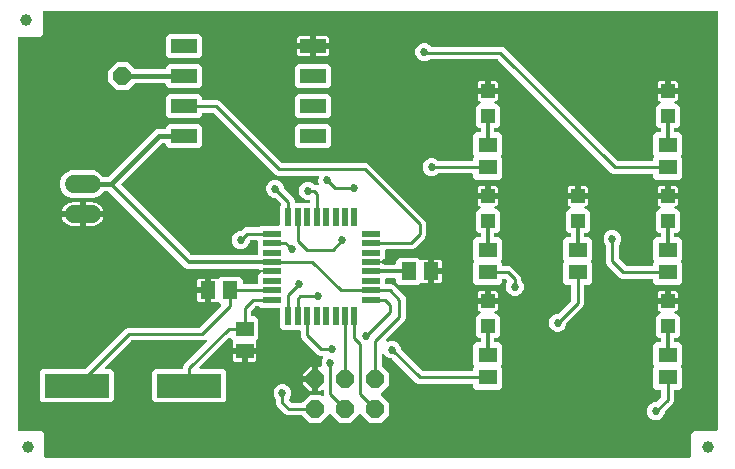
<source format=gtl>
G04 EAGLE Gerber RS-274X export*
G75*
%MOMM*%
%FSLAX34Y34*%
%LPD*%
%INTop Copper*%
%IPPOS*%
%AMOC8*
5,1,8,0,0,1.08239X$1,22.5*%
G01*
%ADD10R,1.300000X1.500000*%
%ADD11R,1.500000X1.300000*%
%ADD12P,1.649562X8X202.500000*%
%ADD13C,1.524000*%
%ADD14P,1.649562X8X22.500000*%
%ADD15R,1.200000X1.200000*%
%ADD16R,1.600000X1.300000*%
%ADD17R,2.200000X1.200000*%
%ADD18C,1.000000*%
%ADD19R,1.600000X0.550000*%
%ADD20R,0.550000X1.600000*%
%ADD21R,5.500000X2.000000*%
%ADD22C,0.254000*%
%ADD23C,0.203200*%
%ADD24C,0.406400*%
%ADD25C,0.355600*%
%ADD26C,0.685800*%
%ADD27C,0.304800*%

G36*
X573946Y5081D02*
X573946Y5081D01*
X574064Y5096D01*
X574183Y5103D01*
X574221Y5116D01*
X574262Y5121D01*
X574372Y5164D01*
X574485Y5201D01*
X574520Y5223D01*
X574557Y5238D01*
X574653Y5308D01*
X574754Y5371D01*
X574782Y5401D01*
X574815Y5424D01*
X574891Y5516D01*
X574972Y5603D01*
X574992Y5638D01*
X575017Y5669D01*
X575068Y5777D01*
X575126Y5881D01*
X575136Y5921D01*
X575153Y5957D01*
X575175Y6074D01*
X575205Y6189D01*
X575209Y6250D01*
X575213Y6270D01*
X575211Y6290D01*
X575215Y6350D01*
X575215Y25654D01*
X577596Y28035D01*
X596900Y28035D01*
X597018Y28050D01*
X597137Y28057D01*
X597175Y28070D01*
X597216Y28075D01*
X597326Y28118D01*
X597439Y28155D01*
X597474Y28177D01*
X597511Y28192D01*
X597607Y28261D01*
X597708Y28325D01*
X597736Y28355D01*
X597769Y28378D01*
X597845Y28470D01*
X597926Y28557D01*
X597946Y28592D01*
X597971Y28623D01*
X598022Y28731D01*
X598080Y28835D01*
X598090Y28875D01*
X598107Y28911D01*
X598129Y29028D01*
X598159Y29143D01*
X598163Y29203D01*
X598167Y29223D01*
X598165Y29244D01*
X598169Y29304D01*
X598169Y382270D01*
X598154Y382388D01*
X598147Y382507D01*
X598134Y382545D01*
X598129Y382586D01*
X598086Y382696D01*
X598049Y382809D01*
X598027Y382844D01*
X598012Y382881D01*
X597943Y382977D01*
X597879Y383078D01*
X597849Y383106D01*
X597826Y383139D01*
X597734Y383215D01*
X597647Y383296D01*
X597612Y383316D01*
X597581Y383341D01*
X597473Y383392D01*
X597369Y383450D01*
X597329Y383460D01*
X597293Y383477D01*
X597176Y383499D01*
X597061Y383529D01*
X597001Y383533D01*
X596981Y383537D01*
X596960Y383535D01*
X596900Y383539D01*
X27780Y383539D01*
X27662Y383524D01*
X27543Y383517D01*
X27505Y383504D01*
X27464Y383499D01*
X27354Y383456D01*
X27241Y383419D01*
X27206Y383397D01*
X27169Y383382D01*
X27073Y383313D01*
X26972Y383249D01*
X26944Y383219D01*
X26911Y383196D01*
X26835Y383104D01*
X26754Y383017D01*
X26734Y382982D01*
X26709Y382951D01*
X26658Y382843D01*
X26600Y382739D01*
X26590Y382699D01*
X26573Y382663D01*
X26551Y382546D01*
X26521Y382431D01*
X26517Y382371D01*
X26513Y382351D01*
X26515Y382330D01*
X26511Y382270D01*
X26511Y363982D01*
X24130Y361601D01*
X6350Y361601D01*
X6232Y361586D01*
X6113Y361579D01*
X6075Y361566D01*
X6034Y361561D01*
X5924Y361518D01*
X5811Y361481D01*
X5776Y361459D01*
X5739Y361444D01*
X5643Y361375D01*
X5542Y361311D01*
X5514Y361281D01*
X5481Y361258D01*
X5406Y361166D01*
X5324Y361079D01*
X5304Y361044D01*
X5279Y361013D01*
X5228Y360905D01*
X5170Y360801D01*
X5160Y360761D01*
X5143Y360725D01*
X5121Y360608D01*
X5091Y360493D01*
X5087Y360433D01*
X5083Y360413D01*
X5085Y360392D01*
X5081Y360332D01*
X5081Y29304D01*
X5096Y29186D01*
X5103Y29067D01*
X5116Y29029D01*
X5121Y28988D01*
X5164Y28878D01*
X5201Y28765D01*
X5223Y28730D01*
X5238Y28693D01*
X5307Y28597D01*
X5371Y28496D01*
X5401Y28468D01*
X5424Y28435D01*
X5516Y28359D01*
X5603Y28278D01*
X5638Y28258D01*
X5669Y28233D01*
X5777Y28182D01*
X5881Y28124D01*
X5921Y28114D01*
X5957Y28097D01*
X6074Y28075D01*
X6189Y28045D01*
X6249Y28041D01*
X6269Y28037D01*
X6290Y28039D01*
X6350Y28035D01*
X25400Y28035D01*
X27781Y25654D01*
X27781Y6350D01*
X27796Y6232D01*
X27803Y6113D01*
X27816Y6075D01*
X27821Y6034D01*
X27864Y5924D01*
X27901Y5811D01*
X27923Y5776D01*
X27938Y5739D01*
X28007Y5643D01*
X28071Y5542D01*
X28101Y5514D01*
X28124Y5481D01*
X28216Y5405D01*
X28303Y5324D01*
X28338Y5304D01*
X28369Y5279D01*
X28477Y5228D01*
X28581Y5170D01*
X28621Y5160D01*
X28657Y5143D01*
X28774Y5121D01*
X28889Y5091D01*
X28949Y5087D01*
X28969Y5083D01*
X28990Y5085D01*
X29050Y5081D01*
X573946Y5081D01*
G37*
%LPC*%
G36*
X252462Y34797D02*
X252462Y34797D01*
X246484Y40776D01*
X246406Y40836D01*
X246333Y40904D01*
X246280Y40933D01*
X246233Y40970D01*
X246142Y41010D01*
X246055Y41058D01*
X245996Y41073D01*
X245941Y41097D01*
X245843Y41112D01*
X245747Y41137D01*
X245647Y41143D01*
X245627Y41147D01*
X245614Y41145D01*
X245586Y41147D01*
X233635Y41147D01*
X231674Y41959D01*
X224839Y48794D01*
X224027Y50755D01*
X224027Y54155D01*
X224015Y54253D01*
X224012Y54352D01*
X223995Y54411D01*
X223987Y54471D01*
X223951Y54563D01*
X223923Y54658D01*
X223893Y54710D01*
X223870Y54766D01*
X223812Y54847D01*
X223762Y54932D01*
X223696Y55007D01*
X223684Y55024D01*
X223674Y55032D01*
X223656Y55053D01*
X223009Y55699D01*
X221868Y58453D01*
X221868Y61435D01*
X223009Y64189D01*
X225117Y66297D01*
X227871Y67438D01*
X230853Y67438D01*
X233607Y66297D01*
X235715Y64189D01*
X236856Y61435D01*
X236856Y58453D01*
X235715Y55699D01*
X235267Y55251D01*
X235194Y55157D01*
X235115Y55068D01*
X235096Y55032D01*
X235072Y55000D01*
X235024Y54890D01*
X234970Y54784D01*
X234961Y54745D01*
X234945Y54708D01*
X234927Y54590D01*
X234901Y54474D01*
X234902Y54434D01*
X234895Y54394D01*
X234907Y54275D01*
X234910Y54156D01*
X234921Y54117D01*
X234925Y54077D01*
X234965Y53965D01*
X234999Y53851D01*
X235019Y53816D01*
X235033Y53778D01*
X235100Y53679D01*
X235160Y53577D01*
X235200Y53532D01*
X235211Y53515D01*
X235227Y53501D01*
X235267Y53456D01*
X236534Y52188D01*
X236612Y52128D01*
X236684Y52060D01*
X236737Y52031D01*
X236785Y51994D01*
X236876Y51954D01*
X236963Y51906D01*
X237021Y51891D01*
X237077Y51867D01*
X237175Y51852D01*
X237271Y51827D01*
X237371Y51821D01*
X237391Y51817D01*
X237403Y51819D01*
X237431Y51817D01*
X245586Y51817D01*
X245684Y51829D01*
X245784Y51832D01*
X245842Y51849D01*
X245902Y51857D01*
X245994Y51893D01*
X246089Y51921D01*
X246141Y51951D01*
X246198Y51974D01*
X246278Y52032D01*
X246363Y52082D01*
X246438Y52148D01*
X246455Y52160D01*
X246463Y52170D01*
X246484Y52188D01*
X252462Y58167D01*
X262142Y58167D01*
X262501Y57808D01*
X262610Y57723D01*
X262717Y57634D01*
X262736Y57626D01*
X262752Y57613D01*
X262880Y57558D01*
X263005Y57499D01*
X263025Y57495D01*
X263044Y57487D01*
X263182Y57465D01*
X263318Y57439D01*
X263338Y57440D01*
X263358Y57437D01*
X263497Y57450D01*
X263635Y57459D01*
X263654Y57465D01*
X263674Y57467D01*
X263805Y57514D01*
X263937Y57557D01*
X263955Y57568D01*
X263974Y57574D01*
X264088Y57652D01*
X264206Y57727D01*
X264220Y57742D01*
X264237Y57753D01*
X264329Y57857D01*
X264424Y57959D01*
X264434Y57976D01*
X264447Y57991D01*
X264510Y58115D01*
X264578Y58237D01*
X264583Y58257D01*
X264592Y58275D01*
X264622Y58411D01*
X264657Y58545D01*
X264659Y58573D01*
X264662Y58585D01*
X264661Y58605D01*
X264667Y58706D01*
X264667Y61814D01*
X264650Y61952D01*
X264637Y62090D01*
X264630Y62109D01*
X264627Y62129D01*
X264576Y62258D01*
X264529Y62389D01*
X264518Y62406D01*
X264510Y62425D01*
X264429Y62537D01*
X264351Y62652D01*
X264335Y62666D01*
X264324Y62682D01*
X264216Y62771D01*
X264112Y62863D01*
X264094Y62872D01*
X264079Y62885D01*
X263953Y62944D01*
X263829Y63007D01*
X263809Y63012D01*
X263791Y63021D01*
X263654Y63047D01*
X263519Y63077D01*
X263498Y63076D01*
X263479Y63080D01*
X263340Y63072D01*
X263201Y63067D01*
X263181Y63062D01*
X263161Y63061D01*
X263029Y63018D01*
X262895Y62979D01*
X262878Y62969D01*
X262859Y62963D01*
X262741Y62888D01*
X262621Y62817D01*
X262600Y62799D01*
X262590Y62792D01*
X262576Y62777D01*
X262501Y62711D01*
X261511Y61721D01*
X259841Y61721D01*
X259841Y70612D01*
X259826Y70730D01*
X259819Y70849D01*
X259806Y70887D01*
X259801Y70927D01*
X259758Y71038D01*
X259721Y71151D01*
X259699Y71185D01*
X259684Y71223D01*
X259614Y71319D01*
X259551Y71420D01*
X259521Y71448D01*
X259497Y71480D01*
X259406Y71556D01*
X259319Y71638D01*
X259284Y71657D01*
X259253Y71683D01*
X259145Y71734D01*
X259041Y71791D01*
X259001Y71802D01*
X258965Y71819D01*
X258848Y71841D01*
X258733Y71871D01*
X258672Y71875D01*
X258652Y71879D01*
X258632Y71877D01*
X258572Y71881D01*
X257301Y71881D01*
X257301Y71883D01*
X258572Y71883D01*
X258690Y71898D01*
X258809Y71905D01*
X258847Y71918D01*
X258887Y71923D01*
X258998Y71967D01*
X259111Y72003D01*
X259146Y72025D01*
X259183Y72040D01*
X259279Y72110D01*
X259380Y72173D01*
X259408Y72203D01*
X259441Y72227D01*
X259516Y72318D01*
X259598Y72405D01*
X259618Y72440D01*
X259643Y72472D01*
X259694Y72579D01*
X259752Y72684D01*
X259762Y72723D01*
X259779Y72759D01*
X259801Y72876D01*
X259831Y72991D01*
X259835Y73052D01*
X259839Y73072D01*
X259837Y73092D01*
X259841Y73152D01*
X259841Y82043D01*
X261359Y82043D01*
X261408Y82049D01*
X261458Y82047D01*
X261565Y82069D01*
X261674Y82083D01*
X261721Y82101D01*
X261769Y82111D01*
X261868Y82159D01*
X261970Y82200D01*
X262010Y82229D01*
X262055Y82251D01*
X262138Y82322D01*
X262227Y82386D01*
X262259Y82425D01*
X262297Y82457D01*
X262360Y82547D01*
X262430Y82631D01*
X262451Y82676D01*
X262480Y82717D01*
X262519Y82820D01*
X262566Y82919D01*
X262575Y82968D01*
X262593Y83014D01*
X262605Y83124D01*
X262625Y83231D01*
X262622Y83281D01*
X262628Y83330D01*
X262612Y83439D01*
X262606Y83549D01*
X262590Y83596D01*
X262583Y83645D01*
X262531Y83798D01*
X262508Y83853D01*
X262508Y86835D01*
X263665Y89627D01*
X263672Y89636D01*
X263761Y89743D01*
X263769Y89762D01*
X263782Y89778D01*
X263837Y89906D01*
X263896Y90031D01*
X263900Y90051D01*
X263908Y90069D01*
X263930Y90207D01*
X263956Y90344D01*
X263955Y90364D01*
X263958Y90384D01*
X263945Y90522D01*
X263936Y90661D01*
X263930Y90680D01*
X263928Y90700D01*
X263881Y90831D01*
X263838Y90963D01*
X263827Y90981D01*
X263821Y90999D01*
X263743Y91114D01*
X263668Y91232D01*
X263653Y91246D01*
X263642Y91263D01*
X263538Y91355D01*
X263436Y91450D01*
X263419Y91460D01*
X263404Y91473D01*
X263280Y91536D01*
X263158Y91604D01*
X263138Y91609D01*
X263120Y91618D01*
X262984Y91648D01*
X262850Y91683D01*
X262822Y91685D01*
X262810Y91688D01*
X262790Y91687D01*
X262689Y91693D01*
X261067Y91693D01*
X259106Y92505D01*
X245859Y105752D01*
X245047Y107713D01*
X245047Y111744D01*
X245032Y111862D01*
X245025Y111981D01*
X245012Y112019D01*
X245007Y112060D01*
X244964Y112170D01*
X244927Y112283D01*
X244905Y112318D01*
X244890Y112355D01*
X244821Y112451D01*
X244757Y112552D01*
X244727Y112580D01*
X244704Y112613D01*
X244612Y112689D01*
X244525Y112770D01*
X244490Y112790D01*
X244459Y112815D01*
X244351Y112866D01*
X244247Y112924D01*
X244207Y112934D01*
X244171Y112951D01*
X244054Y112973D01*
X243939Y113003D01*
X243879Y113007D01*
X243859Y113011D01*
X243838Y113009D01*
X243778Y113013D01*
X229948Y113013D01*
X227567Y115394D01*
X227567Y130794D01*
X227552Y130912D01*
X227545Y131031D01*
X227532Y131069D01*
X227527Y131110D01*
X227484Y131220D01*
X227447Y131333D01*
X227425Y131368D01*
X227410Y131405D01*
X227341Y131501D01*
X227277Y131602D01*
X227247Y131630D01*
X227224Y131663D01*
X227132Y131739D01*
X227045Y131820D01*
X227010Y131840D01*
X226979Y131865D01*
X226871Y131916D01*
X226767Y131974D01*
X226727Y131984D01*
X226691Y132001D01*
X226574Y132023D01*
X226459Y132053D01*
X226399Y132057D01*
X226379Y132061D01*
X226358Y132059D01*
X226298Y132063D01*
X210898Y132063D01*
X209790Y133172D01*
X209712Y133232D01*
X209640Y133300D01*
X209587Y133329D01*
X209539Y133366D01*
X209448Y133406D01*
X209361Y133454D01*
X209303Y133469D01*
X209247Y133493D01*
X209149Y133508D01*
X209053Y133533D01*
X208953Y133539D01*
X208933Y133543D01*
X208921Y133541D01*
X208893Y133543D01*
X207399Y133543D01*
X207301Y133531D01*
X207202Y133528D01*
X207144Y133511D01*
X207084Y133503D01*
X206992Y133467D01*
X206897Y133439D01*
X206845Y133409D01*
X206788Y133386D01*
X206708Y133328D01*
X206623Y133278D01*
X206547Y133212D01*
X206531Y133200D01*
X206523Y133190D01*
X206502Y133172D01*
X203064Y129734D01*
X203004Y129656D01*
X202936Y129584D01*
X202907Y129531D01*
X202870Y129483D01*
X202830Y129392D01*
X202782Y129305D01*
X202767Y129247D01*
X202743Y129191D01*
X202728Y129093D01*
X202703Y128997D01*
X202697Y128897D01*
X202693Y128877D01*
X202695Y128865D01*
X202693Y128837D01*
X202693Y126236D01*
X202708Y126118D01*
X202715Y125999D01*
X202728Y125961D01*
X202733Y125920D01*
X202776Y125810D01*
X202813Y125697D01*
X202835Y125662D01*
X202850Y125625D01*
X202919Y125529D01*
X202983Y125428D01*
X203013Y125400D01*
X203036Y125367D01*
X203128Y125291D01*
X203215Y125210D01*
X203250Y125190D01*
X203281Y125165D01*
X203389Y125114D01*
X203493Y125056D01*
X203533Y125046D01*
X203569Y125029D01*
X203686Y125007D01*
X203801Y124977D01*
X203861Y124973D01*
X203881Y124969D01*
X203902Y124971D01*
X203962Y124967D01*
X206542Y124967D01*
X208923Y122586D01*
X208923Y106218D01*
X207315Y104610D01*
X207246Y104521D01*
X207170Y104438D01*
X207149Y104396D01*
X207120Y104359D01*
X207075Y104256D01*
X207023Y104156D01*
X207012Y104110D01*
X206993Y104067D01*
X206976Y103956D01*
X206950Y103847D01*
X206951Y103800D01*
X206943Y103753D01*
X206954Y103641D01*
X206956Y103529D01*
X206969Y103483D01*
X206973Y103436D01*
X207011Y103330D01*
X207041Y103222D01*
X207073Y103157D01*
X207081Y103137D01*
X207091Y103122D01*
X207113Y103078D01*
X207226Y102883D01*
X207399Y102236D01*
X207399Y97941D01*
X198628Y97941D01*
X198510Y97926D01*
X198391Y97919D01*
X198353Y97906D01*
X198313Y97901D01*
X198202Y97857D01*
X198089Y97821D01*
X198054Y97799D01*
X198017Y97784D01*
X197921Y97714D01*
X197820Y97651D01*
X197792Y97621D01*
X197760Y97597D01*
X197684Y97506D01*
X197602Y97419D01*
X197583Y97384D01*
X197557Y97352D01*
X197506Y97245D01*
X197449Y97141D01*
X197438Y97101D01*
X197421Y97065D01*
X197399Y96948D01*
X197369Y96833D01*
X197365Y96772D01*
X197361Y96752D01*
X197363Y96732D01*
X197359Y96672D01*
X197359Y95401D01*
X197357Y95401D01*
X197357Y96672D01*
X197342Y96790D01*
X197335Y96909D01*
X197322Y96947D01*
X197317Y96987D01*
X197273Y97098D01*
X197237Y97211D01*
X197215Y97246D01*
X197200Y97283D01*
X197130Y97379D01*
X197067Y97480D01*
X197037Y97508D01*
X197013Y97540D01*
X196922Y97616D01*
X196835Y97698D01*
X196800Y97717D01*
X196768Y97743D01*
X196661Y97794D01*
X196557Y97851D01*
X196517Y97862D01*
X196481Y97879D01*
X196364Y97901D01*
X196249Y97931D01*
X196188Y97935D01*
X196168Y97939D01*
X196148Y97937D01*
X196088Y97941D01*
X187317Y97941D01*
X187317Y102236D01*
X187490Y102883D01*
X187603Y103078D01*
X187647Y103181D01*
X187698Y103282D01*
X187708Y103328D01*
X187726Y103371D01*
X187743Y103482D01*
X187767Y103592D01*
X187766Y103639D01*
X187773Y103686D01*
X187761Y103797D01*
X187758Y103910D01*
X187745Y103955D01*
X187740Y104002D01*
X187701Y104107D01*
X187669Y104215D01*
X187646Y104256D01*
X187629Y104300D01*
X187565Y104393D01*
X187508Y104489D01*
X187460Y104543D01*
X187448Y104561D01*
X187434Y104573D01*
X187401Y104610D01*
X185474Y106538D01*
X185379Y106611D01*
X185290Y106690D01*
X185254Y106708D01*
X185222Y106733D01*
X185113Y106780D01*
X185007Y106834D01*
X184968Y106843D01*
X184930Y106859D01*
X184813Y106878D01*
X184697Y106904D01*
X184656Y106903D01*
X184616Y106909D01*
X184498Y106898D01*
X184379Y106894D01*
X184340Y106883D01*
X184300Y106879D01*
X184187Y106839D01*
X184073Y106806D01*
X184039Y106786D01*
X184000Y106772D01*
X183902Y106705D01*
X183799Y106645D01*
X183754Y106605D01*
X183737Y106593D01*
X183724Y106578D01*
X183679Y106538D01*
X159412Y82271D01*
X159327Y82162D01*
X159238Y82055D01*
X159229Y82036D01*
X159217Y82020D01*
X159162Y81892D01*
X159102Y81767D01*
X159099Y81747D01*
X159091Y81728D01*
X159069Y81590D01*
X159043Y81454D01*
X159044Y81434D01*
X159041Y81414D01*
X159054Y81275D01*
X159062Y81137D01*
X159069Y81118D01*
X159071Y81098D01*
X159118Y80966D01*
X159160Y80835D01*
X159171Y80817D01*
X159178Y80798D01*
X159256Y80683D01*
X159331Y80566D01*
X159345Y80552D01*
X159357Y80535D01*
X159461Y80443D01*
X159562Y80348D01*
X159580Y80338D01*
X159595Y80325D01*
X159719Y80261D01*
X159841Y80194D01*
X159860Y80189D01*
X159878Y80180D01*
X160014Y80150D01*
X160149Y80115D01*
X160177Y80113D01*
X160189Y80110D01*
X160209Y80111D01*
X160309Y80105D01*
X179554Y80105D01*
X181935Y77724D01*
X181935Y54356D01*
X179554Y51975D01*
X121186Y51975D01*
X118805Y54356D01*
X118805Y77724D01*
X121186Y80105D01*
X143766Y80105D01*
X143884Y80120D01*
X144003Y80127D01*
X144041Y80140D01*
X144082Y80145D01*
X144192Y80188D01*
X144305Y80225D01*
X144340Y80247D01*
X144377Y80262D01*
X144473Y80331D01*
X144574Y80395D01*
X144602Y80425D01*
X144635Y80448D01*
X144711Y80540D01*
X144792Y80627D01*
X144812Y80662D01*
X144837Y80693D01*
X144888Y80801D01*
X144946Y80905D01*
X144956Y80945D01*
X144973Y80981D01*
X144995Y81098D01*
X145025Y81213D01*
X145029Y81273D01*
X145033Y81293D01*
X145031Y81314D01*
X145035Y81374D01*
X145035Y81835D01*
X145847Y83796D01*
X165082Y103030D01*
X165124Y103085D01*
X165174Y103134D01*
X165221Y103210D01*
X165276Y103281D01*
X165304Y103345D01*
X165341Y103405D01*
X165367Y103491D01*
X165403Y103573D01*
X165414Y103642D01*
X165434Y103709D01*
X165439Y103798D01*
X165453Y103887D01*
X165446Y103957D01*
X165449Y104026D01*
X165431Y104114D01*
X165423Y104204D01*
X165399Y104270D01*
X165385Y104338D01*
X165346Y104418D01*
X165315Y104503D01*
X165276Y104561D01*
X165245Y104624D01*
X165187Y104692D01*
X165137Y104766D01*
X165084Y104812D01*
X165039Y104866D01*
X164966Y104917D01*
X164898Y104977D01*
X164836Y105008D01*
X164779Y105049D01*
X164695Y105080D01*
X164615Y105121D01*
X164547Y105137D01*
X164482Y105161D01*
X164392Y105171D01*
X164305Y105191D01*
X164235Y105189D01*
X164166Y105197D01*
X164077Y105184D01*
X163987Y105181D01*
X163920Y105162D01*
X163851Y105152D01*
X163698Y105100D01*
X162605Y104647D01*
X102047Y104647D01*
X101949Y104635D01*
X101850Y104632D01*
X101792Y104615D01*
X101732Y104607D01*
X101640Y104571D01*
X101545Y104543D01*
X101493Y104513D01*
X101436Y104490D01*
X101356Y104432D01*
X101271Y104382D01*
X101195Y104316D01*
X101179Y104304D01*
X101171Y104294D01*
X101150Y104276D01*
X79146Y82271D01*
X79061Y82162D01*
X78972Y82055D01*
X78963Y82036D01*
X78951Y82020D01*
X78896Y81892D01*
X78836Y81767D01*
X78833Y81747D01*
X78825Y81728D01*
X78803Y81590D01*
X78777Y81454D01*
X78778Y81434D01*
X78775Y81414D01*
X78788Y81275D01*
X78796Y81137D01*
X78803Y81118D01*
X78805Y81098D01*
X78852Y80966D01*
X78894Y80835D01*
X78905Y80817D01*
X78912Y80798D01*
X78990Y80683D01*
X79065Y80566D01*
X79079Y80552D01*
X79091Y80535D01*
X79195Y80443D01*
X79296Y80348D01*
X79314Y80338D01*
X79329Y80325D01*
X79453Y80261D01*
X79575Y80194D01*
X79594Y80189D01*
X79612Y80180D01*
X79748Y80150D01*
X79883Y80115D01*
X79911Y80113D01*
X79923Y80110D01*
X79943Y80111D01*
X80043Y80105D01*
X84554Y80105D01*
X86935Y77724D01*
X86935Y54356D01*
X84554Y51975D01*
X26186Y51975D01*
X23805Y54356D01*
X23805Y77724D01*
X26186Y80105D01*
X61365Y80105D01*
X61463Y80117D01*
X61562Y80120D01*
X61620Y80137D01*
X61680Y80145D01*
X61772Y80181D01*
X61867Y80209D01*
X61919Y80239D01*
X61976Y80262D01*
X62056Y80320D01*
X62141Y80370D01*
X62217Y80436D01*
X62233Y80448D01*
X62241Y80458D01*
X62262Y80476D01*
X96290Y114505D01*
X98251Y115317D01*
X158809Y115317D01*
X158907Y115329D01*
X159006Y115332D01*
X159064Y115349D01*
X159124Y115357D01*
X159216Y115393D01*
X159311Y115421D01*
X159363Y115451D01*
X159420Y115474D01*
X159500Y115532D01*
X159585Y115582D01*
X159661Y115648D01*
X159677Y115660D01*
X159685Y115670D01*
X159706Y115688D01*
X177150Y133133D01*
X177223Y133227D01*
X177302Y133316D01*
X177320Y133352D01*
X177345Y133384D01*
X177392Y133493D01*
X177446Y133599D01*
X177455Y133638D01*
X177471Y133676D01*
X177490Y133793D01*
X177516Y133909D01*
X177515Y133950D01*
X177521Y133990D01*
X177510Y134108D01*
X177506Y134227D01*
X177495Y134266D01*
X177491Y134306D01*
X177451Y134419D01*
X177418Y134533D01*
X177398Y134568D01*
X177384Y134606D01*
X177317Y134704D01*
X177257Y134807D01*
X177217Y134852D01*
X177205Y134869D01*
X177190Y134882D01*
X177150Y134928D01*
X175222Y136856D01*
X175133Y136925D01*
X175050Y137000D01*
X175008Y137022D01*
X174971Y137050D01*
X174868Y137095D01*
X174768Y137147D01*
X174722Y137158D01*
X174679Y137177D01*
X174568Y137194D01*
X174458Y137220D01*
X174412Y137219D01*
X174365Y137227D01*
X174253Y137216D01*
X174141Y137214D01*
X174095Y137201D01*
X174048Y137197D01*
X173942Y137159D01*
X173834Y137129D01*
X173769Y137097D01*
X173749Y137089D01*
X173734Y137079D01*
X173690Y137057D01*
X173495Y136944D01*
X172848Y136771D01*
X168553Y136771D01*
X168553Y145542D01*
X168538Y145660D01*
X168531Y145779D01*
X168518Y145817D01*
X168513Y145857D01*
X168469Y145968D01*
X168433Y146081D01*
X168411Y146116D01*
X168396Y146153D01*
X168326Y146249D01*
X168263Y146350D01*
X168233Y146378D01*
X168209Y146410D01*
X168118Y146486D01*
X168031Y146568D01*
X167996Y146587D01*
X167964Y146613D01*
X167857Y146664D01*
X167753Y146721D01*
X167713Y146732D01*
X167677Y146749D01*
X167560Y146771D01*
X167445Y146801D01*
X167384Y146805D01*
X167364Y146809D01*
X167344Y146807D01*
X167284Y146811D01*
X166013Y146811D01*
X166013Y146813D01*
X167284Y146813D01*
X167402Y146828D01*
X167521Y146835D01*
X167559Y146848D01*
X167599Y146853D01*
X167710Y146897D01*
X167823Y146933D01*
X167858Y146955D01*
X167895Y146970D01*
X167991Y147040D01*
X168092Y147103D01*
X168120Y147133D01*
X168152Y147157D01*
X168228Y147248D01*
X168310Y147335D01*
X168329Y147370D01*
X168355Y147402D01*
X168406Y147509D01*
X168463Y147613D01*
X168474Y147653D01*
X168491Y147689D01*
X168513Y147806D01*
X168543Y147921D01*
X168547Y147982D01*
X168551Y148002D01*
X168549Y148022D01*
X168553Y148082D01*
X168553Y156853D01*
X172848Y156853D01*
X173495Y156680D01*
X173690Y156567D01*
X173793Y156523D01*
X173894Y156472D01*
X173940Y156462D01*
X173983Y156444D01*
X174094Y156427D01*
X174204Y156402D01*
X174251Y156404D01*
X174298Y156397D01*
X174409Y156409D01*
X174522Y156412D01*
X174567Y156425D01*
X174614Y156430D01*
X174719Y156469D01*
X174827Y156501D01*
X174868Y156524D01*
X174912Y156541D01*
X175005Y156605D01*
X175101Y156662D01*
X175155Y156710D01*
X175173Y156722D01*
X175185Y156736D01*
X175222Y156768D01*
X176830Y158377D01*
X193198Y158377D01*
X195579Y155996D01*
X195579Y153416D01*
X195594Y153298D01*
X195601Y153179D01*
X195614Y153141D01*
X195619Y153100D01*
X195662Y152990D01*
X195699Y152877D01*
X195721Y152842D01*
X195736Y152805D01*
X195805Y152709D01*
X195869Y152608D01*
X195899Y152580D01*
X195922Y152547D01*
X196014Y152471D01*
X196101Y152390D01*
X196136Y152370D01*
X196167Y152345D01*
X196275Y152294D01*
X196379Y152236D01*
X196419Y152226D01*
X196455Y152209D01*
X196572Y152187D01*
X196687Y152157D01*
X196747Y152153D01*
X196767Y152149D01*
X196788Y152151D01*
X196848Y152147D01*
X207248Y152147D01*
X207366Y152162D01*
X207485Y152169D01*
X207523Y152182D01*
X207564Y152187D01*
X207674Y152230D01*
X207787Y152267D01*
X207822Y152289D01*
X207859Y152304D01*
X207955Y152373D01*
X208056Y152437D01*
X208084Y152467D01*
X208117Y152490D01*
X208193Y152582D01*
X208274Y152669D01*
X208294Y152704D01*
X208319Y152735D01*
X208370Y152843D01*
X208428Y152947D01*
X208438Y152987D01*
X208455Y153023D01*
X208477Y153140D01*
X208507Y153255D01*
X208511Y153315D01*
X208515Y153335D01*
X208513Y153356D01*
X208517Y153416D01*
X208517Y159312D01*
X209670Y160464D01*
X209730Y160542D01*
X209798Y160614D01*
X209827Y160667D01*
X209864Y160715D01*
X209904Y160806D01*
X209952Y160893D01*
X209967Y160951D01*
X209991Y161007D01*
X210006Y161105D01*
X210031Y161201D01*
X210037Y161301D01*
X210041Y161321D01*
X210039Y161333D01*
X210041Y161361D01*
X210041Y161504D01*
X210184Y161504D01*
X210282Y161516D01*
X210381Y161519D01*
X210439Y161536D01*
X210499Y161544D01*
X210591Y161580D01*
X210686Y161608D01*
X210738Y161638D01*
X210795Y161661D01*
X210875Y161719D01*
X210960Y161769D01*
X211036Y161835D01*
X211052Y161847D01*
X211060Y161857D01*
X211081Y161875D01*
X211186Y161981D01*
X211259Y162075D01*
X211338Y162164D01*
X211356Y162200D01*
X211381Y162232D01*
X211428Y162341D01*
X211483Y162447D01*
X211491Y162487D01*
X211507Y162524D01*
X211526Y162641D01*
X211552Y162758D01*
X211551Y162798D01*
X211557Y162838D01*
X211546Y162956D01*
X211542Y163075D01*
X211531Y163114D01*
X211527Y163154D01*
X211487Y163266D01*
X211454Y163381D01*
X211433Y163416D01*
X211420Y163454D01*
X211353Y163552D01*
X211292Y163655D01*
X211253Y163700D01*
X211241Y163717D01*
X211226Y163730D01*
X211186Y163776D01*
X211081Y163881D01*
X211003Y163941D01*
X210931Y164009D01*
X210878Y164038D01*
X210830Y164076D01*
X210739Y164115D01*
X210652Y164163D01*
X210594Y164178D01*
X210538Y164202D01*
X210440Y164217D01*
X210344Y164242D01*
X210244Y164248D01*
X210224Y164252D01*
X210211Y164250D01*
X210184Y164252D01*
X209938Y164252D01*
X209921Y164305D01*
X209899Y164340D01*
X209884Y164377D01*
X209815Y164473D01*
X209751Y164574D01*
X209721Y164602D01*
X209698Y164635D01*
X209606Y164711D01*
X209519Y164792D01*
X209484Y164812D01*
X209453Y164837D01*
X209345Y164888D01*
X209241Y164946D01*
X209201Y164956D01*
X209165Y164973D01*
X209048Y164995D01*
X208933Y165025D01*
X208873Y165029D01*
X208853Y165033D01*
X208832Y165031D01*
X208772Y165035D01*
X148762Y165035D01*
X146614Y165925D01*
X144792Y167747D01*
X82280Y230260D01*
X82201Y230320D01*
X82129Y230388D01*
X82076Y230417D01*
X82028Y230454D01*
X81937Y230494D01*
X81851Y230542D01*
X81792Y230557D01*
X81737Y230581D01*
X81639Y230596D01*
X81543Y230621D01*
X81443Y230627D01*
X81422Y230631D01*
X81410Y230629D01*
X81382Y230631D01*
X78772Y230631D01*
X78674Y230619D01*
X78575Y230616D01*
X78516Y230599D01*
X78456Y230591D01*
X78364Y230555D01*
X78269Y230527D01*
X78217Y230497D01*
X78161Y230474D01*
X78080Y230416D01*
X77995Y230366D01*
X77920Y230300D01*
X77903Y230288D01*
X77895Y230278D01*
X77874Y230260D01*
X74437Y226822D01*
X70142Y225043D01*
X50254Y225043D01*
X45959Y226822D01*
X42672Y230109D01*
X40893Y234404D01*
X40893Y239052D01*
X42672Y243347D01*
X45959Y246634D01*
X50254Y248413D01*
X70142Y248413D01*
X74437Y246634D01*
X77874Y243196D01*
X77953Y243136D01*
X78025Y243068D01*
X78078Y243039D01*
X78126Y243002D01*
X78216Y242962D01*
X78303Y242914D01*
X78362Y242899D01*
X78417Y242875D01*
X78515Y242860D01*
X78611Y242835D01*
X78711Y242829D01*
X78731Y242825D01*
X78744Y242827D01*
X78772Y242825D01*
X81023Y242825D01*
X81121Y242837D01*
X81220Y242840D01*
X81278Y242857D01*
X81338Y242865D01*
X81431Y242901D01*
X81526Y242929D01*
X81578Y242959D01*
X81634Y242982D01*
X81714Y243040D01*
X81800Y243090D01*
X81875Y243156D01*
X81891Y243168D01*
X81899Y243178D01*
X81920Y243196D01*
X121260Y282537D01*
X123501Y283465D01*
X129816Y283465D01*
X129934Y283480D01*
X130053Y283487D01*
X130091Y283500D01*
X130132Y283505D01*
X130242Y283548D01*
X130355Y283585D01*
X130390Y283607D01*
X130427Y283622D01*
X130523Y283691D01*
X130624Y283755D01*
X130652Y283785D01*
X130685Y283808D01*
X130761Y283900D01*
X130842Y283987D01*
X130862Y284022D01*
X130887Y284053D01*
X130938Y284161D01*
X130996Y284265D01*
X131006Y284305D01*
X131023Y284341D01*
X131045Y284458D01*
X131075Y284573D01*
X131079Y284633D01*
X131083Y284653D01*
X131081Y284674D01*
X131085Y284734D01*
X131085Y285052D01*
X133466Y287433D01*
X158834Y287433D01*
X161215Y285052D01*
X161215Y269684D01*
X158834Y267303D01*
X133466Y267303D01*
X131085Y269684D01*
X131085Y270002D01*
X131070Y270120D01*
X131063Y270239D01*
X131050Y270277D01*
X131045Y270318D01*
X131002Y270428D01*
X130965Y270541D01*
X130943Y270576D01*
X130928Y270613D01*
X130859Y270709D01*
X130795Y270810D01*
X130765Y270838D01*
X130742Y270871D01*
X130650Y270947D01*
X130563Y271028D01*
X130528Y271048D01*
X130497Y271073D01*
X130389Y271124D01*
X130285Y271182D01*
X130245Y271192D01*
X130209Y271209D01*
X130092Y271231D01*
X129977Y271261D01*
X129917Y271265D01*
X129897Y271269D01*
X129876Y271267D01*
X129816Y271271D01*
X127765Y271271D01*
X127667Y271259D01*
X127568Y271256D01*
X127510Y271239D01*
X127450Y271231D01*
X127357Y271195D01*
X127262Y271167D01*
X127210Y271137D01*
X127154Y271114D01*
X127074Y271056D01*
X126988Y271006D01*
X126913Y270940D01*
X126897Y270928D01*
X126889Y270918D01*
X126868Y270900D01*
X93414Y237446D01*
X93341Y237352D01*
X93262Y237263D01*
X93244Y237227D01*
X93219Y237195D01*
X93172Y237085D01*
X93118Y236979D01*
X93109Y236940D01*
X93093Y236903D01*
X93074Y236785D01*
X93048Y236669D01*
X93049Y236629D01*
X93043Y236589D01*
X93054Y236470D01*
X93058Y236351D01*
X93069Y236312D01*
X93073Y236272D01*
X93113Y236160D01*
X93146Y236046D01*
X93167Y236011D01*
X93180Y235973D01*
X93247Y235874D01*
X93308Y235772D01*
X93347Y235726D01*
X93359Y235710D01*
X93374Y235696D01*
X93414Y235651D01*
X151972Y177092D01*
X152051Y177032D01*
X152123Y176964D01*
X152176Y176935D01*
X152224Y176898D01*
X152315Y176858D01*
X152401Y176810D01*
X152460Y176795D01*
X152515Y176771D01*
X152613Y176756D01*
X152709Y176731D01*
X152809Y176725D01*
X152830Y176721D01*
X152842Y176723D01*
X152870Y176721D01*
X207248Y176721D01*
X207366Y176736D01*
X207485Y176743D01*
X207523Y176756D01*
X207564Y176761D01*
X207674Y176804D01*
X207787Y176841D01*
X207822Y176863D01*
X207859Y176878D01*
X207955Y176947D01*
X208056Y177011D01*
X208084Y177041D01*
X208117Y177064D01*
X208193Y177156D01*
X208274Y177243D01*
X208294Y177278D01*
X208319Y177309D01*
X208370Y177417D01*
X208428Y177521D01*
X208438Y177561D01*
X208455Y177597D01*
X208477Y177714D01*
X208507Y177829D01*
X208511Y177889D01*
X208515Y177909D01*
X208513Y177930D01*
X208517Y177990D01*
X208517Y188274D01*
X208502Y188392D01*
X208495Y188511D01*
X208482Y188549D01*
X208477Y188590D01*
X208434Y188700D01*
X208397Y188813D01*
X208375Y188848D01*
X208360Y188885D01*
X208291Y188981D01*
X208227Y189082D01*
X208197Y189110D01*
X208174Y189143D01*
X208082Y189219D01*
X207995Y189300D01*
X207960Y189320D01*
X207929Y189345D01*
X207821Y189396D01*
X207717Y189454D01*
X207677Y189464D01*
X207641Y189481D01*
X207524Y189503D01*
X207409Y189533D01*
X207349Y189537D01*
X207329Y189541D01*
X207308Y189539D01*
X207248Y189543D01*
X202819Y189543D01*
X202701Y189528D01*
X202582Y189521D01*
X202544Y189508D01*
X202503Y189503D01*
X202393Y189460D01*
X202280Y189423D01*
X202245Y189401D01*
X202208Y189386D01*
X202112Y189317D01*
X202011Y189253D01*
X201983Y189223D01*
X201950Y189200D01*
X201874Y189108D01*
X201793Y189021D01*
X201773Y188986D01*
X201748Y188955D01*
X201697Y188847D01*
X201639Y188743D01*
X201629Y188703D01*
X201612Y188667D01*
X201590Y188550D01*
X201560Y188435D01*
X201556Y188375D01*
X201552Y188355D01*
X201554Y188334D01*
X201550Y188274D01*
X201550Y187993D01*
X200409Y185239D01*
X198301Y183131D01*
X195547Y181990D01*
X192565Y181990D01*
X189811Y183131D01*
X187703Y185239D01*
X186562Y187993D01*
X186562Y190975D01*
X187703Y193729D01*
X189811Y195837D01*
X192565Y196978D01*
X193480Y196978D01*
X193578Y196990D01*
X193677Y196993D01*
X193735Y197010D01*
X193795Y197018D01*
X193887Y197054D01*
X193982Y197082D01*
X194034Y197112D01*
X194091Y197135D01*
X194171Y197193D01*
X194256Y197243D01*
X194332Y197309D01*
X194348Y197321D01*
X194356Y197331D01*
X194377Y197349D01*
X196428Y199401D01*
X198389Y200213D01*
X208893Y200213D01*
X208991Y200225D01*
X209090Y200228D01*
X209148Y200245D01*
X209208Y200253D01*
X209300Y200289D01*
X209395Y200317D01*
X209448Y200347D01*
X209504Y200370D01*
X209584Y200428D01*
X209669Y200478D01*
X209745Y200544D01*
X209761Y200556D01*
X209769Y200566D01*
X209790Y200584D01*
X210898Y201693D01*
X226298Y201693D01*
X226416Y201708D01*
X226535Y201715D01*
X226573Y201728D01*
X226614Y201733D01*
X226724Y201776D01*
X226837Y201813D01*
X226872Y201835D01*
X226909Y201850D01*
X227005Y201919D01*
X227106Y201983D01*
X227134Y202013D01*
X227167Y202036D01*
X227243Y202128D01*
X227324Y202215D01*
X227344Y202250D01*
X227369Y202281D01*
X227420Y202389D01*
X227478Y202493D01*
X227488Y202533D01*
X227505Y202569D01*
X227527Y202686D01*
X227557Y202801D01*
X227561Y202861D01*
X227565Y202881D01*
X227563Y202902D01*
X227567Y202962D01*
X227567Y218362D01*
X228025Y218819D01*
X228098Y218913D01*
X228177Y219003D01*
X228195Y219039D01*
X228220Y219071D01*
X228267Y219180D01*
X228321Y219286D01*
X228330Y219325D01*
X228346Y219363D01*
X228365Y219480D01*
X228391Y219596D01*
X228390Y219637D01*
X228396Y219677D01*
X228385Y219795D01*
X228381Y219914D01*
X228370Y219953D01*
X228366Y219993D01*
X228326Y220105D01*
X228293Y220220D01*
X228273Y220255D01*
X228259Y220293D01*
X228192Y220391D01*
X228131Y220494D01*
X228092Y220539D01*
X228080Y220556D01*
X228065Y220569D01*
X228025Y220614D01*
X223587Y225053D01*
X223509Y225113D01*
X223437Y225181D01*
X223384Y225210D01*
X223336Y225247D01*
X223245Y225287D01*
X223158Y225335D01*
X223100Y225350D01*
X223044Y225374D01*
X222946Y225389D01*
X222850Y225414D01*
X222750Y225420D01*
X222730Y225424D01*
X222718Y225422D01*
X222690Y225424D01*
X221775Y225424D01*
X219021Y226565D01*
X216913Y228673D01*
X215772Y231427D01*
X215772Y234409D01*
X216913Y237163D01*
X219021Y239271D01*
X221775Y240412D01*
X224757Y240412D01*
X227511Y239271D01*
X229619Y237163D01*
X230760Y234409D01*
X230760Y233494D01*
X230772Y233396D01*
X230775Y233297D01*
X230792Y233239D01*
X230800Y233179D01*
X230836Y233087D01*
X230864Y232992D01*
X230894Y232940D01*
X230917Y232883D01*
X230975Y232803D01*
X231025Y232718D01*
X231091Y232642D01*
X231103Y232626D01*
X231113Y232618D01*
X231131Y232597D01*
X238905Y224824D01*
X239717Y222863D01*
X239717Y222012D01*
X239732Y221894D01*
X239739Y221775D01*
X239752Y221737D01*
X239757Y221696D01*
X239800Y221586D01*
X239837Y221473D01*
X239859Y221438D01*
X239874Y221401D01*
X239943Y221305D01*
X240007Y221204D01*
X240037Y221176D01*
X240060Y221143D01*
X240152Y221067D01*
X240239Y220986D01*
X240274Y220966D01*
X240305Y220941D01*
X240413Y220890D01*
X240517Y220832D01*
X240557Y220822D01*
X240593Y220805D01*
X240710Y220783D01*
X240825Y220753D01*
X240885Y220749D01*
X240905Y220745D01*
X240926Y220747D01*
X240986Y220743D01*
X251778Y220743D01*
X251896Y220758D01*
X252015Y220765D01*
X252053Y220778D01*
X252094Y220783D01*
X252204Y220826D01*
X252317Y220863D01*
X252352Y220885D01*
X252389Y220900D01*
X252485Y220969D01*
X252586Y221033D01*
X252614Y221063D01*
X252647Y221086D01*
X252723Y221178D01*
X252804Y221265D01*
X252824Y221300D01*
X252849Y221331D01*
X252900Y221439D01*
X252958Y221543D01*
X252968Y221583D01*
X252985Y221619D01*
X253007Y221736D01*
X253037Y221851D01*
X253041Y221911D01*
X253045Y221931D01*
X253043Y221952D01*
X253047Y222012D01*
X253047Y222377D01*
X253032Y222495D01*
X253025Y222614D01*
X253012Y222652D01*
X253007Y222693D01*
X252964Y222803D01*
X252927Y222916D01*
X252905Y222951D01*
X252890Y222988D01*
X252821Y223084D01*
X252757Y223185D01*
X252727Y223213D01*
X252704Y223246D01*
X252612Y223322D01*
X252525Y223403D01*
X252490Y223423D01*
X252459Y223448D01*
X252351Y223499D01*
X252247Y223557D01*
X252207Y223567D01*
X252171Y223584D01*
X252054Y223606D01*
X251939Y223636D01*
X251879Y223640D01*
X251859Y223644D01*
X251838Y223642D01*
X251778Y223646D01*
X249461Y223646D01*
X246707Y224787D01*
X244599Y226895D01*
X243458Y229649D01*
X243458Y232631D01*
X244599Y235385D01*
X246707Y237493D01*
X249461Y238634D01*
X252443Y238634D01*
X255197Y237493D01*
X255843Y236846D01*
X255922Y236786D01*
X255994Y236718D01*
X256047Y236689D01*
X256095Y236652D01*
X256185Y236612D01*
X256272Y236564D01*
X256331Y236549D01*
X256386Y236525D01*
X256484Y236510D01*
X256580Y236485D01*
X256680Y236479D01*
X256700Y236475D01*
X256713Y236477D01*
X256741Y236475D01*
X256839Y236475D01*
X258511Y235782D01*
X258645Y235745D01*
X258778Y235705D01*
X258798Y235704D01*
X258818Y235698D01*
X258957Y235696D01*
X259096Y235689D01*
X259115Y235693D01*
X259136Y235693D01*
X259272Y235726D01*
X259407Y235754D01*
X259425Y235763D01*
X259445Y235767D01*
X259568Y235832D01*
X259693Y235893D01*
X259708Y235907D01*
X259726Y235916D01*
X259829Y236010D01*
X259935Y236100D01*
X259947Y236116D01*
X259962Y236130D01*
X260038Y236246D01*
X260118Y236360D01*
X260125Y236379D01*
X260136Y236396D01*
X260181Y236527D01*
X260231Y236657D01*
X260233Y236677D01*
X260240Y236696D01*
X260251Y236835D01*
X260266Y236973D01*
X260263Y236993D01*
X260265Y237013D01*
X260241Y237151D01*
X260222Y237288D01*
X260212Y237315D01*
X260210Y237327D01*
X260202Y237345D01*
X260169Y237441D01*
X259714Y238539D01*
X259714Y241521D01*
X260053Y242338D01*
X260066Y242386D01*
X260087Y242431D01*
X260108Y242539D01*
X260137Y242645D01*
X260138Y242695D01*
X260147Y242744D01*
X260140Y242853D01*
X260142Y242963D01*
X260130Y243011D01*
X260127Y243061D01*
X260093Y243165D01*
X260068Y243272D01*
X260045Y243316D01*
X260029Y243363D01*
X259970Y243456D01*
X259919Y243553D01*
X259886Y243590D01*
X259859Y243632D01*
X259779Y243707D01*
X259705Y243789D01*
X259664Y243816D01*
X259627Y243850D01*
X259531Y243903D01*
X259440Y243963D01*
X259393Y243980D01*
X259349Y244004D01*
X259243Y244031D01*
X259139Y244067D01*
X259089Y244071D01*
X259041Y244083D01*
X258880Y244093D01*
X225507Y244093D01*
X223546Y244905D01*
X171390Y297062D01*
X171312Y297122D01*
X171240Y297190D01*
X171187Y297219D01*
X171139Y297256D01*
X171048Y297296D01*
X170961Y297344D01*
X170903Y297359D01*
X170847Y297383D01*
X170749Y297398D01*
X170653Y297423D01*
X170553Y297429D01*
X170533Y297433D01*
X170521Y297431D01*
X170493Y297433D01*
X162484Y297433D01*
X162366Y297418D01*
X162247Y297411D01*
X162209Y297398D01*
X162168Y297393D01*
X162058Y297350D01*
X161945Y297313D01*
X161910Y297291D01*
X161873Y297276D01*
X161777Y297207D01*
X161676Y297143D01*
X161648Y297113D01*
X161615Y297090D01*
X161539Y296998D01*
X161458Y296911D01*
X161438Y296876D01*
X161413Y296845D01*
X161362Y296737D01*
X161304Y296633D01*
X161294Y296593D01*
X161277Y296557D01*
X161255Y296440D01*
X161225Y296325D01*
X161221Y296265D01*
X161217Y296245D01*
X161219Y296224D01*
X161215Y296164D01*
X161215Y295084D01*
X158834Y292703D01*
X133466Y292703D01*
X131085Y295084D01*
X131085Y310452D01*
X133466Y312833D01*
X158834Y312833D01*
X161215Y310452D01*
X161215Y309372D01*
X161230Y309254D01*
X161237Y309135D01*
X161250Y309097D01*
X161255Y309056D01*
X161298Y308946D01*
X161335Y308833D01*
X161357Y308798D01*
X161372Y308761D01*
X161441Y308665D01*
X161505Y308564D01*
X161535Y308536D01*
X161558Y308503D01*
X161650Y308427D01*
X161737Y308346D01*
X161772Y308326D01*
X161803Y308301D01*
X161911Y308250D01*
X162015Y308192D01*
X162055Y308182D01*
X162091Y308165D01*
X162208Y308143D01*
X162323Y308113D01*
X162383Y308109D01*
X162403Y308105D01*
X162424Y308107D01*
X162484Y308103D01*
X174289Y308103D01*
X176250Y307291D01*
X228406Y255134D01*
X228484Y255074D01*
X228556Y255006D01*
X228609Y254977D01*
X228657Y254940D01*
X228748Y254900D01*
X228835Y254852D01*
X228893Y254837D01*
X228949Y254813D01*
X229047Y254798D01*
X229143Y254773D01*
X229243Y254767D01*
X229263Y254763D01*
X229275Y254765D01*
X229303Y254763D01*
X300273Y254763D01*
X302234Y253951D01*
X350471Y205714D01*
X351283Y203753D01*
X351283Y193503D01*
X350471Y191542D01*
X341284Y182355D01*
X339323Y181543D01*
X317516Y181543D01*
X317398Y181528D01*
X317279Y181521D01*
X317241Y181508D01*
X317200Y181503D01*
X317090Y181460D01*
X316977Y181423D01*
X316942Y181401D01*
X316905Y181386D01*
X316809Y181317D01*
X316708Y181253D01*
X316680Y181223D01*
X316647Y181200D01*
X316571Y181108D01*
X316490Y181021D01*
X316470Y180986D01*
X316445Y180955D01*
X316394Y180847D01*
X316336Y180743D01*
X316326Y180703D01*
X316309Y180667D01*
X316287Y180550D01*
X316257Y180435D01*
X316253Y180375D01*
X316249Y180355D01*
X316251Y180334D01*
X316250Y180319D01*
X316249Y180318D01*
X316249Y180316D01*
X316247Y180274D01*
X316247Y174444D01*
X315094Y173292D01*
X315034Y173214D01*
X314966Y173142D01*
X314937Y173089D01*
X314900Y173041D01*
X314860Y172950D01*
X314812Y172863D01*
X314797Y172805D01*
X314773Y172749D01*
X314758Y172651D01*
X314733Y172555D01*
X314727Y172455D01*
X314723Y172435D01*
X314725Y172423D01*
X314723Y172395D01*
X314723Y172252D01*
X314580Y172252D01*
X314482Y172240D01*
X314383Y172237D01*
X314325Y172220D01*
X314265Y172212D01*
X314173Y172176D01*
X314078Y172148D01*
X314025Y172118D01*
X313969Y172095D01*
X313889Y172037D01*
X313804Y171987D01*
X313728Y171921D01*
X313712Y171909D01*
X313704Y171899D01*
X313683Y171881D01*
X313578Y171776D01*
X313505Y171681D01*
X313426Y171592D01*
X313408Y171556D01*
X313383Y171524D01*
X313336Y171415D01*
X313282Y171309D01*
X313273Y171270D01*
X313257Y171232D01*
X313238Y171115D01*
X313212Y170999D01*
X313213Y170958D01*
X313207Y170918D01*
X313218Y170800D01*
X313222Y170681D01*
X313233Y170642D01*
X313237Y170602D01*
X313277Y170489D01*
X313310Y170375D01*
X313330Y170341D01*
X313344Y170302D01*
X313411Y170204D01*
X313471Y170101D01*
X313511Y170056D01*
X313523Y170039D01*
X313538Y170026D01*
X313578Y169981D01*
X313683Y169875D01*
X313761Y169815D01*
X313833Y169747D01*
X313886Y169718D01*
X313934Y169681D01*
X314025Y169641D01*
X314112Y169593D01*
X314170Y169578D01*
X314226Y169554D01*
X314324Y169539D01*
X314420Y169514D01*
X314520Y169508D01*
X314540Y169504D01*
X314552Y169505D01*
X314580Y169504D01*
X314826Y169504D01*
X314843Y169451D01*
X314865Y169416D01*
X314880Y169379D01*
X314949Y169283D01*
X315013Y169182D01*
X315043Y169154D01*
X315066Y169121D01*
X315158Y169045D01*
X315245Y168964D01*
X315280Y168944D01*
X315311Y168919D01*
X315419Y168868D01*
X315523Y168810D01*
X315563Y168800D01*
X315599Y168783D01*
X315716Y168761D01*
X315831Y168731D01*
X315891Y168727D01*
X315911Y168723D01*
X315932Y168725D01*
X315992Y168721D01*
X324487Y168721D01*
X324605Y168736D01*
X324724Y168743D01*
X324762Y168756D01*
X324803Y168761D01*
X324913Y168804D01*
X325026Y168841D01*
X325061Y168863D01*
X325098Y168878D01*
X325194Y168947D01*
X325295Y169011D01*
X325323Y169041D01*
X325356Y169064D01*
X325432Y169156D01*
X325513Y169243D01*
X325533Y169278D01*
X325558Y169309D01*
X325609Y169417D01*
X325667Y169521D01*
X325677Y169561D01*
X325694Y169597D01*
X325716Y169714D01*
X325746Y169829D01*
X325750Y169889D01*
X325754Y169909D01*
X325752Y169930D01*
X325756Y169990D01*
X325756Y172125D01*
X328137Y174506D01*
X344505Y174506D01*
X346113Y172898D01*
X346202Y172829D01*
X346285Y172753D01*
X346327Y172732D01*
X346364Y172703D01*
X346467Y172658D01*
X346567Y172606D01*
X346613Y172595D01*
X346656Y172576D01*
X346767Y172559D01*
X346876Y172533D01*
X346923Y172534D01*
X346970Y172526D01*
X347082Y172537D01*
X347194Y172539D01*
X347240Y172552D01*
X347287Y172556D01*
X347393Y172594D01*
X347501Y172624D01*
X347566Y172656D01*
X347586Y172664D01*
X347601Y172674D01*
X347645Y172696D01*
X347840Y172809D01*
X348487Y172982D01*
X352782Y172982D01*
X352782Y164211D01*
X352797Y164093D01*
X352804Y163974D01*
X352817Y163936D01*
X352822Y163896D01*
X352865Y163785D01*
X352902Y163672D01*
X352924Y163637D01*
X352939Y163600D01*
X353009Y163504D01*
X353072Y163403D01*
X353102Y163375D01*
X353126Y163343D01*
X353217Y163267D01*
X353304Y163185D01*
X353339Y163166D01*
X353370Y163140D01*
X353478Y163089D01*
X353582Y163032D01*
X353622Y163021D01*
X353658Y163004D01*
X353775Y162982D01*
X353890Y162952D01*
X353951Y162948D01*
X353971Y162944D01*
X353991Y162946D01*
X354051Y162942D01*
X355322Y162942D01*
X355322Y162940D01*
X354051Y162940D01*
X353933Y162925D01*
X353814Y162918D01*
X353776Y162905D01*
X353736Y162900D01*
X353625Y162856D01*
X353512Y162820D01*
X353477Y162798D01*
X353440Y162783D01*
X353344Y162713D01*
X353243Y162650D01*
X353215Y162620D01*
X353182Y162596D01*
X353107Y162505D01*
X353025Y162418D01*
X353005Y162383D01*
X352980Y162351D01*
X352929Y162244D01*
X352871Y162140D01*
X352861Y162100D01*
X352844Y162064D01*
X352822Y161947D01*
X352792Y161832D01*
X352788Y161771D01*
X352784Y161751D01*
X352786Y161731D01*
X352782Y161671D01*
X352782Y152900D01*
X348487Y152900D01*
X347840Y153073D01*
X347645Y153186D01*
X347541Y153230D01*
X347441Y153281D01*
X347395Y153291D01*
X347352Y153309D01*
X347241Y153326D01*
X347131Y153350D01*
X347084Y153349D01*
X347037Y153356D01*
X346926Y153344D01*
X346813Y153341D01*
X346768Y153328D01*
X346721Y153323D01*
X346616Y153284D01*
X346508Y153252D01*
X346467Y153229D01*
X346423Y153212D01*
X346330Y153148D01*
X346234Y153091D01*
X346179Y153043D01*
X346162Y153031D01*
X346150Y153017D01*
X346113Y152984D01*
X344505Y151376D01*
X328137Y151376D01*
X325756Y153757D01*
X325756Y155766D01*
X325741Y155884D01*
X325734Y156003D01*
X325721Y156041D01*
X325716Y156082D01*
X325673Y156192D01*
X325636Y156305D01*
X325614Y156340D01*
X325599Y156377D01*
X325530Y156473D01*
X325466Y156574D01*
X325436Y156602D01*
X325413Y156635D01*
X325321Y156711D01*
X325234Y156792D01*
X325199Y156812D01*
X325168Y156837D01*
X325060Y156888D01*
X324956Y156946D01*
X324916Y156956D01*
X324880Y156973D01*
X324763Y156995D01*
X324648Y157025D01*
X324588Y157029D01*
X324568Y157033D01*
X324547Y157031D01*
X324487Y157035D01*
X317516Y157035D01*
X317398Y157020D01*
X317279Y157013D01*
X317241Y157000D01*
X317200Y156995D01*
X317090Y156952D01*
X316977Y156915D01*
X316942Y156893D01*
X316905Y156878D01*
X316809Y156809D01*
X316708Y156745D01*
X316680Y156715D01*
X316647Y156692D01*
X316571Y156600D01*
X316490Y156513D01*
X316470Y156478D01*
X316445Y156447D01*
X316394Y156339D01*
X316336Y156235D01*
X316326Y156195D01*
X316309Y156159D01*
X316287Y156042D01*
X316257Y155927D01*
X316253Y155867D01*
X316249Y155847D01*
X316251Y155826D01*
X316247Y155766D01*
X316247Y153482D01*
X316262Y153364D01*
X316269Y153245D01*
X316282Y153207D01*
X316287Y153166D01*
X316330Y153056D01*
X316367Y152943D01*
X316389Y152908D01*
X316404Y152871D01*
X316473Y152775D01*
X316537Y152674D01*
X316567Y152646D01*
X316590Y152613D01*
X316682Y152537D01*
X316769Y152456D01*
X316804Y152436D01*
X316835Y152411D01*
X316943Y152360D01*
X317047Y152302D01*
X317087Y152292D01*
X317123Y152275D01*
X317240Y152253D01*
X317355Y152223D01*
X317415Y152219D01*
X317435Y152215D01*
X317456Y152217D01*
X317516Y152213D01*
X321543Y152213D01*
X323504Y151401D01*
X332945Y141960D01*
X333757Y139999D01*
X333757Y123145D01*
X332945Y121184D01*
X317320Y105560D01*
X317278Y105505D01*
X317228Y105456D01*
X317181Y105380D01*
X317126Y105309D01*
X317098Y105245D01*
X317061Y105185D01*
X317035Y105100D01*
X316999Y105017D01*
X316988Y104948D01*
X316968Y104881D01*
X316963Y104792D01*
X316949Y104703D01*
X316956Y104633D01*
X316953Y104564D01*
X316971Y104476D01*
X316979Y104386D01*
X317003Y104320D01*
X317017Y104252D01*
X317056Y104172D01*
X317087Y104087D01*
X317126Y104029D01*
X317157Y103967D01*
X317215Y103898D01*
X317265Y103824D01*
X317318Y103778D01*
X317363Y103725D01*
X317436Y103673D01*
X317504Y103613D01*
X317566Y103582D01*
X317623Y103541D01*
X317707Y103510D01*
X317787Y103469D01*
X317855Y103453D01*
X317920Y103429D01*
X318010Y103419D01*
X318097Y103399D01*
X318167Y103401D01*
X318236Y103393D01*
X318325Y103406D01*
X318415Y103409D01*
X318482Y103428D01*
X318551Y103438D01*
X318704Y103490D01*
X320581Y104268D01*
X323563Y104268D01*
X326317Y103127D01*
X328425Y101019D01*
X329566Y98265D01*
X329566Y97350D01*
X329578Y97252D01*
X329581Y97153D01*
X329598Y97095D01*
X329606Y97035D01*
X329642Y96943D01*
X329670Y96848D01*
X329700Y96796D01*
X329723Y96739D01*
X329781Y96659D01*
X329831Y96574D01*
X329897Y96498D01*
X329909Y96482D01*
X329919Y96474D01*
X329937Y96453D01*
X347380Y79010D01*
X347458Y78950D01*
X347530Y78882D01*
X347583Y78853D01*
X347631Y78816D01*
X347722Y78776D01*
X347809Y78728D01*
X347867Y78713D01*
X347923Y78689D01*
X348021Y78674D01*
X348117Y78649D01*
X348217Y78643D01*
X348237Y78639D01*
X348249Y78641D01*
X348277Y78639D01*
X389764Y78639D01*
X389882Y78654D01*
X390001Y78661D01*
X390039Y78674D01*
X390080Y78679D01*
X390190Y78722D01*
X390303Y78759D01*
X390338Y78781D01*
X390375Y78796D01*
X390471Y78865D01*
X390572Y78929D01*
X390600Y78959D01*
X390633Y78982D01*
X390709Y79074D01*
X390790Y79161D01*
X390810Y79196D01*
X390835Y79227D01*
X390886Y79335D01*
X390944Y79439D01*
X390954Y79479D01*
X390971Y79515D01*
X390993Y79632D01*
X391023Y79747D01*
X391027Y79807D01*
X391031Y79827D01*
X391029Y79848D01*
X391033Y79908D01*
X391033Y81488D01*
X391452Y81907D01*
X391525Y82001D01*
X391604Y82090D01*
X391622Y82126D01*
X391647Y82158D01*
X391694Y82267D01*
X391748Y82373D01*
X391757Y82412D01*
X391773Y82450D01*
X391792Y82567D01*
X391818Y82683D01*
X391817Y82724D01*
X391823Y82764D01*
X391812Y82882D01*
X391808Y83001D01*
X391797Y83040D01*
X391793Y83080D01*
X391753Y83192D01*
X391720Y83307D01*
X391700Y83342D01*
X391686Y83380D01*
X391619Y83478D01*
X391558Y83581D01*
X391519Y83626D01*
X391507Y83643D01*
X391492Y83656D01*
X391452Y83702D01*
X391033Y84120D01*
X391033Y100488D01*
X393414Y102869D01*
X396240Y102869D01*
X396358Y102884D01*
X396477Y102891D01*
X396515Y102904D01*
X396556Y102909D01*
X396666Y102952D01*
X396779Y102989D01*
X396814Y103011D01*
X396851Y103026D01*
X396947Y103095D01*
X397048Y103159D01*
X397076Y103189D01*
X397109Y103212D01*
X397185Y103304D01*
X397266Y103391D01*
X397286Y103426D01*
X397311Y103457D01*
X397362Y103565D01*
X397420Y103669D01*
X397430Y103709D01*
X397447Y103745D01*
X397469Y103862D01*
X397499Y103977D01*
X397503Y104037D01*
X397507Y104057D01*
X397505Y104078D01*
X397509Y104138D01*
X397509Y105420D01*
X397494Y105538D01*
X397487Y105657D01*
X397474Y105695D01*
X397469Y105736D01*
X397426Y105846D01*
X397389Y105959D01*
X397367Y105994D01*
X397352Y106031D01*
X397283Y106127D01*
X397219Y106228D01*
X397189Y106256D01*
X397166Y106289D01*
X397074Y106365D01*
X396987Y106446D01*
X396952Y106466D01*
X396921Y106491D01*
X396813Y106542D01*
X396709Y106600D01*
X396669Y106610D01*
X396633Y106627D01*
X396516Y106649D01*
X396401Y106679D01*
X396341Y106683D01*
X396321Y106687D01*
X396300Y106685D01*
X396240Y106689D01*
X395414Y106689D01*
X393033Y109070D01*
X393033Y124438D01*
X395414Y126819D01*
X396059Y126819D01*
X396211Y126838D01*
X396362Y126855D01*
X396368Y126858D01*
X396375Y126859D01*
X396516Y126915D01*
X396659Y126969D01*
X396664Y126973D01*
X396670Y126976D01*
X396794Y127065D01*
X396918Y127153D01*
X396922Y127158D01*
X396928Y127162D01*
X397025Y127280D01*
X397123Y127396D01*
X397126Y127402D01*
X397131Y127407D01*
X397195Y127544D01*
X397262Y127682D01*
X397263Y127689D01*
X397266Y127695D01*
X397294Y127843D01*
X397325Y127994D01*
X397325Y128001D01*
X397326Y128007D01*
X397316Y128158D01*
X397309Y128312D01*
X397307Y128318D01*
X397306Y128325D01*
X397259Y128470D01*
X397214Y128615D01*
X397210Y128621D01*
X397208Y128627D01*
X397126Y128756D01*
X397046Y128886D01*
X397042Y128890D01*
X397038Y128896D01*
X396927Y129001D01*
X396817Y129106D01*
X396811Y129109D01*
X396806Y129114D01*
X396672Y129188D01*
X396540Y129263D01*
X396532Y129265D01*
X396528Y129268D01*
X396517Y129270D01*
X396388Y129314D01*
X396117Y129386D01*
X395538Y129721D01*
X395065Y130194D01*
X394730Y130773D01*
X394557Y131420D01*
X394557Y135215D01*
X401828Y135215D01*
X401946Y135230D01*
X402065Y135237D01*
X402103Y135250D01*
X402143Y135255D01*
X402254Y135298D01*
X402367Y135335D01*
X402402Y135357D01*
X402439Y135372D01*
X402535Y135442D01*
X402636Y135505D01*
X402664Y135535D01*
X402696Y135559D01*
X402772Y135650D01*
X402854Y135737D01*
X402873Y135772D01*
X402899Y135803D01*
X402950Y135911D01*
X403007Y136015D01*
X403018Y136055D01*
X403035Y136091D01*
X403057Y136208D01*
X403087Y136323D01*
X403091Y136384D01*
X403095Y136404D01*
X403093Y136424D01*
X403097Y136484D01*
X403097Y137755D01*
X403099Y137755D01*
X403099Y136484D01*
X403114Y136366D01*
X403121Y136247D01*
X403134Y136209D01*
X403139Y136169D01*
X403183Y136058D01*
X403219Y135945D01*
X403241Y135910D01*
X403256Y135873D01*
X403326Y135777D01*
X403389Y135676D01*
X403419Y135648D01*
X403443Y135615D01*
X403534Y135540D01*
X403621Y135458D01*
X403656Y135438D01*
X403688Y135413D01*
X403795Y135362D01*
X403899Y135304D01*
X403939Y135294D01*
X403975Y135277D01*
X404092Y135255D01*
X404207Y135225D01*
X404268Y135221D01*
X404288Y135217D01*
X404308Y135219D01*
X404368Y135215D01*
X411639Y135215D01*
X411639Y131420D01*
X411466Y130773D01*
X411131Y130194D01*
X410658Y129721D01*
X410079Y129386D01*
X409808Y129314D01*
X409667Y129256D01*
X409526Y129200D01*
X409520Y129196D01*
X409514Y129194D01*
X409392Y129103D01*
X409268Y129014D01*
X409264Y129008D01*
X409259Y129004D01*
X409164Y128887D01*
X409065Y128769D01*
X409063Y128762D01*
X409058Y128757D01*
X408995Y128618D01*
X408930Y128481D01*
X408929Y128474D01*
X408926Y128468D01*
X408899Y128317D01*
X408870Y128168D01*
X408871Y128162D01*
X408869Y128155D01*
X408880Y128003D01*
X408890Y127851D01*
X408892Y127845D01*
X408892Y127838D01*
X408941Y127692D01*
X408988Y127549D01*
X408991Y127543D01*
X408994Y127536D01*
X409077Y127407D01*
X409158Y127280D01*
X409163Y127275D01*
X409167Y127270D01*
X409278Y127167D01*
X409390Y127062D01*
X409396Y127059D01*
X409401Y127054D01*
X409535Y126982D01*
X409668Y126908D01*
X409675Y126907D01*
X409681Y126904D01*
X409829Y126867D01*
X409976Y126829D01*
X409985Y126828D01*
X409989Y126827D01*
X410000Y126827D01*
X410137Y126819D01*
X410782Y126819D01*
X413163Y124438D01*
X413163Y109070D01*
X410782Y106689D01*
X409956Y106689D01*
X409838Y106674D01*
X409719Y106667D01*
X409681Y106654D01*
X409640Y106649D01*
X409530Y106606D01*
X409417Y106569D01*
X409382Y106547D01*
X409345Y106532D01*
X409249Y106463D01*
X409148Y106399D01*
X409120Y106369D01*
X409087Y106346D01*
X409011Y106254D01*
X408930Y106167D01*
X408910Y106132D01*
X408885Y106101D01*
X408834Y105993D01*
X408776Y105889D01*
X408766Y105849D01*
X408749Y105813D01*
X408727Y105696D01*
X408697Y105581D01*
X408693Y105521D01*
X408689Y105501D01*
X408691Y105480D01*
X408687Y105420D01*
X408687Y104138D01*
X408702Y104020D01*
X408709Y103901D01*
X408722Y103863D01*
X408727Y103822D01*
X408770Y103712D01*
X408807Y103599D01*
X408829Y103564D01*
X408844Y103527D01*
X408913Y103431D01*
X408977Y103330D01*
X409007Y103302D01*
X409030Y103269D01*
X409122Y103193D01*
X409209Y103112D01*
X409244Y103092D01*
X409275Y103067D01*
X409383Y103016D01*
X409487Y102958D01*
X409527Y102948D01*
X409563Y102931D01*
X409680Y102909D01*
X409795Y102879D01*
X409855Y102875D01*
X409875Y102871D01*
X409896Y102873D01*
X409956Y102869D01*
X412782Y102869D01*
X415163Y100488D01*
X415163Y84120D01*
X414744Y83702D01*
X414671Y83608D01*
X414592Y83518D01*
X414574Y83482D01*
X414549Y83450D01*
X414502Y83341D01*
X414448Y83235D01*
X414439Y83196D01*
X414423Y83158D01*
X414404Y83041D01*
X414378Y82925D01*
X414379Y82884D01*
X414373Y82844D01*
X414384Y82726D01*
X414388Y82607D01*
X414399Y82568D01*
X414403Y82528D01*
X414443Y82416D01*
X414476Y82301D01*
X414496Y82266D01*
X414510Y82228D01*
X414577Y82130D01*
X414637Y82027D01*
X414677Y81982D01*
X414689Y81965D01*
X414704Y81952D01*
X414744Y81907D01*
X415163Y81488D01*
X415163Y65120D01*
X412782Y62739D01*
X393414Y62739D01*
X391033Y65120D01*
X391033Y66700D01*
X391018Y66818D01*
X391011Y66937D01*
X390998Y66975D01*
X390993Y67016D01*
X390950Y67126D01*
X390913Y67239D01*
X390891Y67274D01*
X390876Y67311D01*
X390807Y67407D01*
X390743Y67508D01*
X390713Y67536D01*
X390690Y67569D01*
X390598Y67645D01*
X390511Y67726D01*
X390476Y67746D01*
X390445Y67771D01*
X390337Y67822D01*
X390233Y67880D01*
X390193Y67890D01*
X390157Y67907D01*
X390040Y67929D01*
X389925Y67959D01*
X389865Y67963D01*
X389845Y67967D01*
X389824Y67965D01*
X389764Y67969D01*
X344481Y67969D01*
X342520Y68781D01*
X322393Y88909D01*
X322315Y88969D01*
X322243Y89037D01*
X322190Y89066D01*
X322142Y89103D01*
X322051Y89143D01*
X321964Y89191D01*
X321906Y89206D01*
X321850Y89230D01*
X321752Y89245D01*
X321656Y89270D01*
X321556Y89276D01*
X321536Y89280D01*
X321524Y89278D01*
X321496Y89280D01*
X320581Y89280D01*
X317827Y90421D01*
X315603Y92645D01*
X315494Y92730D01*
X315387Y92819D01*
X315368Y92827D01*
X315352Y92840D01*
X315224Y92895D01*
X315099Y92954D01*
X315079Y92958D01*
X315060Y92966D01*
X314922Y92988D01*
X314786Y93014D01*
X314766Y93013D01*
X314746Y93016D01*
X314607Y93003D01*
X314469Y92994D01*
X314450Y92988D01*
X314430Y92986D01*
X314298Y92939D01*
X314167Y92896D01*
X314149Y92885D01*
X314130Y92879D01*
X314015Y92800D01*
X313898Y92726D01*
X313884Y92711D01*
X313867Y92700D01*
X313775Y92596D01*
X313680Y92494D01*
X313670Y92477D01*
X313657Y92462D01*
X313593Y92337D01*
X313526Y92216D01*
X313521Y92196D01*
X313512Y92178D01*
X313482Y92042D01*
X313447Y91908D01*
X313445Y91880D01*
X313442Y91868D01*
X313443Y91848D01*
X313437Y91747D01*
X313437Y83598D01*
X313449Y83500D01*
X313452Y83400D01*
X313469Y83342D01*
X313477Y83282D01*
X313513Y83190D01*
X313541Y83095D01*
X313571Y83043D01*
X313594Y82986D01*
X313652Y82906D01*
X313702Y82821D01*
X313768Y82746D01*
X313780Y82729D01*
X313790Y82721D01*
X313808Y82700D01*
X319787Y76722D01*
X319787Y67042D01*
X312824Y60079D01*
X312751Y59985D01*
X312672Y59896D01*
X312654Y59860D01*
X312629Y59828D01*
X312582Y59719D01*
X312528Y59613D01*
X312519Y59574D01*
X312503Y59536D01*
X312484Y59419D01*
X312458Y59303D01*
X312459Y59262D01*
X312453Y59222D01*
X312464Y59104D01*
X312468Y58985D01*
X312479Y58946D01*
X312483Y58906D01*
X312523Y58793D01*
X312556Y58679D01*
X312577Y58644D01*
X312590Y58606D01*
X312657Y58508D01*
X312718Y58405D01*
X312758Y58360D01*
X312769Y58343D01*
X312784Y58330D01*
X312824Y58284D01*
X319787Y51322D01*
X319787Y41642D01*
X312942Y34797D01*
X303262Y34797D01*
X296300Y41760D01*
X296205Y41833D01*
X296116Y41912D01*
X296080Y41930D01*
X296048Y41955D01*
X295939Y42002D01*
X295833Y42056D01*
X295794Y42065D01*
X295756Y42081D01*
X295639Y42100D01*
X295523Y42126D01*
X295482Y42125D01*
X295442Y42131D01*
X295324Y42120D01*
X295205Y42116D01*
X295166Y42105D01*
X295126Y42101D01*
X295013Y42061D01*
X294899Y42028D01*
X294865Y42007D01*
X294826Y41994D01*
X294728Y41927D01*
X294625Y41866D01*
X294580Y41826D01*
X294563Y41815D01*
X294550Y41800D01*
X294505Y41760D01*
X287542Y34797D01*
X277862Y34797D01*
X270900Y41760D01*
X270805Y41833D01*
X270716Y41912D01*
X270680Y41930D01*
X270648Y41955D01*
X270539Y42002D01*
X270433Y42056D01*
X270394Y42065D01*
X270356Y42081D01*
X270239Y42100D01*
X270123Y42126D01*
X270082Y42125D01*
X270042Y42131D01*
X269924Y42120D01*
X269805Y42116D01*
X269766Y42105D01*
X269726Y42101D01*
X269613Y42061D01*
X269499Y42028D01*
X269465Y42007D01*
X269426Y41994D01*
X269328Y41927D01*
X269225Y41866D01*
X269180Y41826D01*
X269163Y41815D01*
X269150Y41800D01*
X269105Y41760D01*
X262142Y34797D01*
X252462Y34797D01*
G37*
%LPD*%
%LPC*%
G36*
X545814Y240539D02*
X545814Y240539D01*
X543433Y242920D01*
X543433Y244500D01*
X543418Y244618D01*
X543411Y244737D01*
X543398Y244775D01*
X543393Y244816D01*
X543350Y244926D01*
X543313Y245039D01*
X543291Y245074D01*
X543276Y245111D01*
X543207Y245207D01*
X543143Y245308D01*
X543113Y245336D01*
X543090Y245369D01*
X542998Y245445D01*
X542911Y245526D01*
X542876Y245546D01*
X542845Y245571D01*
X542737Y245622D01*
X542633Y245680D01*
X542593Y245690D01*
X542557Y245707D01*
X542440Y245729D01*
X542325Y245759D01*
X542265Y245763D01*
X542245Y245767D01*
X542224Y245765D01*
X542164Y245769D01*
X509581Y245769D01*
X507620Y246581D01*
X411928Y342274D01*
X411850Y342334D01*
X411778Y342402D01*
X411725Y342431D01*
X411677Y342468D01*
X411586Y342508D01*
X411499Y342556D01*
X411441Y342571D01*
X411385Y342595D01*
X411287Y342610D01*
X411191Y342635D01*
X411091Y342641D01*
X411071Y342645D01*
X411059Y342643D01*
X411031Y342645D01*
X354785Y342645D01*
X354686Y342633D01*
X354587Y342630D01*
X354529Y342613D01*
X354469Y342605D01*
X354377Y342569D01*
X354282Y342541D01*
X354230Y342511D01*
X354173Y342488D01*
X354093Y342430D01*
X354008Y342380D01*
X353933Y342314D01*
X353916Y342302D01*
X353908Y342292D01*
X353887Y342273D01*
X353749Y342135D01*
X350995Y340994D01*
X348013Y340994D01*
X345259Y342135D01*
X343151Y344243D01*
X342010Y346997D01*
X342010Y349979D01*
X343151Y352733D01*
X345259Y354841D01*
X348013Y355982D01*
X350995Y355982D01*
X353749Y354841D01*
X354903Y353686D01*
X354981Y353626D01*
X355054Y353558D01*
X355107Y353529D01*
X355154Y353492D01*
X355245Y353452D01*
X355332Y353404D01*
X355391Y353389D01*
X355446Y353365D01*
X355544Y353350D01*
X355640Y353325D01*
X355740Y353319D01*
X355760Y353315D01*
X355773Y353317D01*
X355801Y353315D01*
X414827Y353315D01*
X416788Y352503D01*
X512480Y256810D01*
X512558Y256750D01*
X512630Y256682D01*
X512683Y256653D01*
X512731Y256616D01*
X512822Y256576D01*
X512909Y256528D01*
X512967Y256513D01*
X513023Y256489D01*
X513121Y256474D01*
X513217Y256449D01*
X513317Y256443D01*
X513337Y256439D01*
X513349Y256441D01*
X513377Y256439D01*
X542164Y256439D01*
X542282Y256454D01*
X542401Y256461D01*
X542439Y256474D01*
X542480Y256479D01*
X542590Y256522D01*
X542703Y256559D01*
X542738Y256581D01*
X542775Y256596D01*
X542871Y256665D01*
X542972Y256729D01*
X543000Y256759D01*
X543033Y256782D01*
X543109Y256874D01*
X543190Y256961D01*
X543210Y256996D01*
X543235Y257027D01*
X543286Y257135D01*
X543344Y257239D01*
X543354Y257279D01*
X543371Y257315D01*
X543393Y257432D01*
X543423Y257547D01*
X543427Y257607D01*
X543431Y257627D01*
X543429Y257648D01*
X543433Y257708D01*
X543433Y259288D01*
X543852Y259707D01*
X543925Y259801D01*
X544004Y259890D01*
X544022Y259926D01*
X544047Y259958D01*
X544094Y260067D01*
X544148Y260173D01*
X544157Y260212D01*
X544173Y260250D01*
X544192Y260367D01*
X544218Y260483D01*
X544217Y260524D01*
X544223Y260564D01*
X544212Y260682D01*
X544208Y260801D01*
X544197Y260840D01*
X544193Y260880D01*
X544153Y260992D01*
X544120Y261107D01*
X544100Y261142D01*
X544086Y261180D01*
X544019Y261278D01*
X543958Y261381D01*
X543919Y261426D01*
X543907Y261443D01*
X543892Y261456D01*
X543852Y261502D01*
X543433Y261920D01*
X543433Y278288D01*
X545814Y280669D01*
X548640Y280669D01*
X548758Y280684D01*
X548877Y280691D01*
X548915Y280704D01*
X548956Y280709D01*
X549066Y280752D01*
X549179Y280789D01*
X549214Y280811D01*
X549251Y280826D01*
X549347Y280895D01*
X549448Y280959D01*
X549476Y280989D01*
X549509Y281012D01*
X549585Y281104D01*
X549666Y281191D01*
X549686Y281226D01*
X549711Y281257D01*
X549762Y281365D01*
X549820Y281469D01*
X549830Y281509D01*
X549847Y281545D01*
X549869Y281662D01*
X549899Y281777D01*
X549903Y281837D01*
X549907Y281857D01*
X549905Y281878D01*
X549909Y281938D01*
X549909Y283220D01*
X549894Y283338D01*
X549887Y283457D01*
X549874Y283495D01*
X549869Y283536D01*
X549826Y283646D01*
X549789Y283759D01*
X549767Y283794D01*
X549752Y283831D01*
X549683Y283927D01*
X549619Y284028D01*
X549589Y284056D01*
X549566Y284089D01*
X549474Y284165D01*
X549387Y284246D01*
X549352Y284266D01*
X549321Y284291D01*
X549213Y284342D01*
X549109Y284400D01*
X549069Y284410D01*
X549033Y284427D01*
X548916Y284449D01*
X548801Y284479D01*
X548741Y284483D01*
X548721Y284487D01*
X548700Y284485D01*
X548640Y284489D01*
X547814Y284489D01*
X545433Y286870D01*
X545433Y302238D01*
X547814Y304619D01*
X548459Y304619D01*
X548611Y304638D01*
X548762Y304655D01*
X548768Y304658D01*
X548775Y304659D01*
X548917Y304715D01*
X549059Y304769D01*
X549064Y304773D01*
X549070Y304776D01*
X549194Y304865D01*
X549318Y304953D01*
X549322Y304958D01*
X549328Y304962D01*
X549425Y305080D01*
X549523Y305196D01*
X549526Y305202D01*
X549531Y305207D01*
X549595Y305344D01*
X549662Y305482D01*
X549663Y305489D01*
X549666Y305495D01*
X549694Y305643D01*
X549725Y305794D01*
X549725Y305801D01*
X549726Y305807D01*
X549716Y305959D01*
X549709Y306112D01*
X549707Y306118D01*
X549706Y306125D01*
X549660Y306268D01*
X549614Y306415D01*
X549610Y306421D01*
X549608Y306427D01*
X549527Y306555D01*
X549446Y306686D01*
X549442Y306690D01*
X549438Y306696D01*
X549327Y306801D01*
X549217Y306906D01*
X549211Y306909D01*
X549206Y306914D01*
X549073Y306988D01*
X548940Y307063D01*
X548932Y307065D01*
X548928Y307068D01*
X548917Y307070D01*
X548788Y307114D01*
X548517Y307186D01*
X547938Y307521D01*
X547465Y307994D01*
X547130Y308573D01*
X546957Y309220D01*
X546957Y313015D01*
X554228Y313015D01*
X554346Y313030D01*
X554465Y313037D01*
X554503Y313050D01*
X554543Y313055D01*
X554654Y313098D01*
X554767Y313135D01*
X554802Y313157D01*
X554839Y313172D01*
X554935Y313242D01*
X555036Y313305D01*
X555064Y313335D01*
X555096Y313359D01*
X555172Y313450D01*
X555254Y313537D01*
X555273Y313572D01*
X555299Y313603D01*
X555350Y313711D01*
X555407Y313815D01*
X555418Y313855D01*
X555435Y313891D01*
X555457Y314008D01*
X555487Y314123D01*
X555491Y314184D01*
X555495Y314204D01*
X555493Y314224D01*
X555497Y314284D01*
X555497Y315555D01*
X555499Y315555D01*
X555499Y314284D01*
X555514Y314166D01*
X555521Y314047D01*
X555534Y314009D01*
X555539Y313969D01*
X555583Y313858D01*
X555619Y313745D01*
X555641Y313710D01*
X555656Y313673D01*
X555726Y313577D01*
X555789Y313476D01*
X555819Y313448D01*
X555843Y313415D01*
X555934Y313340D01*
X556021Y313258D01*
X556056Y313238D01*
X556088Y313213D01*
X556195Y313162D01*
X556299Y313104D01*
X556339Y313094D01*
X556375Y313077D01*
X556492Y313055D01*
X556607Y313025D01*
X556668Y313021D01*
X556688Y313017D01*
X556708Y313019D01*
X556768Y313015D01*
X564039Y313015D01*
X564039Y309220D01*
X563866Y308573D01*
X563531Y307994D01*
X563058Y307521D01*
X562479Y307186D01*
X562208Y307114D01*
X562067Y307056D01*
X561926Y307000D01*
X561920Y306996D01*
X561914Y306994D01*
X561791Y306903D01*
X561668Y306814D01*
X561664Y306808D01*
X561659Y306804D01*
X561562Y306686D01*
X561465Y306569D01*
X561463Y306562D01*
X561458Y306557D01*
X561394Y306417D01*
X561330Y306281D01*
X561329Y306274D01*
X561326Y306268D01*
X561298Y306117D01*
X561270Y305968D01*
X561271Y305962D01*
X561269Y305955D01*
X561280Y305803D01*
X561290Y305651D01*
X561292Y305645D01*
X561292Y305638D01*
X561341Y305493D01*
X561388Y305349D01*
X561391Y305343D01*
X561394Y305336D01*
X561476Y305209D01*
X561558Y305080D01*
X561563Y305075D01*
X561567Y305070D01*
X561679Y304966D01*
X561790Y304862D01*
X561796Y304859D01*
X561801Y304854D01*
X561935Y304782D01*
X562068Y304708D01*
X562075Y304707D01*
X562081Y304704D01*
X562229Y304667D01*
X562376Y304629D01*
X562385Y304628D01*
X562389Y304627D01*
X562400Y304627D01*
X562537Y304619D01*
X563182Y304619D01*
X565563Y302238D01*
X565563Y286870D01*
X563182Y284489D01*
X562356Y284489D01*
X562238Y284474D01*
X562119Y284467D01*
X562081Y284454D01*
X562040Y284449D01*
X561930Y284406D01*
X561817Y284369D01*
X561782Y284347D01*
X561745Y284332D01*
X561649Y284263D01*
X561548Y284199D01*
X561520Y284169D01*
X561487Y284146D01*
X561411Y284054D01*
X561330Y283967D01*
X561310Y283932D01*
X561285Y283901D01*
X561234Y283793D01*
X561176Y283689D01*
X561166Y283649D01*
X561149Y283613D01*
X561127Y283496D01*
X561097Y283381D01*
X561093Y283321D01*
X561089Y283301D01*
X561091Y283280D01*
X561087Y283220D01*
X561087Y281938D01*
X561102Y281820D01*
X561109Y281701D01*
X561122Y281663D01*
X561127Y281622D01*
X561170Y281512D01*
X561207Y281399D01*
X561229Y281364D01*
X561244Y281327D01*
X561313Y281231D01*
X561377Y281130D01*
X561407Y281102D01*
X561430Y281069D01*
X561522Y280993D01*
X561609Y280912D01*
X561644Y280892D01*
X561675Y280867D01*
X561783Y280816D01*
X561887Y280758D01*
X561927Y280748D01*
X561963Y280731D01*
X562080Y280709D01*
X562195Y280679D01*
X562255Y280675D01*
X562275Y280671D01*
X562296Y280673D01*
X562356Y280669D01*
X565182Y280669D01*
X567563Y278288D01*
X567563Y261920D01*
X567144Y261502D01*
X567071Y261408D01*
X566992Y261318D01*
X566974Y261282D01*
X566949Y261250D01*
X566902Y261141D01*
X566848Y261035D01*
X566839Y260996D01*
X566823Y260958D01*
X566804Y260841D01*
X566778Y260725D01*
X566779Y260684D01*
X566773Y260644D01*
X566784Y260526D01*
X566788Y260407D01*
X566799Y260368D01*
X566803Y260328D01*
X566843Y260216D01*
X566876Y260101D01*
X566896Y260066D01*
X566910Y260028D01*
X566977Y259930D01*
X567037Y259827D01*
X567077Y259782D01*
X567089Y259765D01*
X567104Y259752D01*
X567144Y259707D01*
X567563Y259288D01*
X567563Y242920D01*
X565182Y240539D01*
X545814Y240539D01*
G37*
%LPD*%
%LPC*%
G36*
X545814Y151639D02*
X545814Y151639D01*
X543433Y154020D01*
X543433Y155600D01*
X543418Y155718D01*
X543411Y155837D01*
X543398Y155875D01*
X543393Y155916D01*
X543350Y156026D01*
X543313Y156139D01*
X543291Y156174D01*
X543276Y156211D01*
X543207Y156307D01*
X543143Y156408D01*
X543113Y156436D01*
X543090Y156469D01*
X542998Y156545D01*
X542911Y156626D01*
X542876Y156646D01*
X542845Y156671D01*
X542737Y156722D01*
X542633Y156780D01*
X542593Y156790D01*
X542557Y156807D01*
X542440Y156829D01*
X542325Y156859D01*
X542265Y156863D01*
X542245Y156867D01*
X542224Y156865D01*
X542164Y156869D01*
X516947Y156869D01*
X514986Y157681D01*
X504239Y168428D01*
X503427Y170389D01*
X503427Y184711D01*
X503415Y184809D01*
X503412Y184908D01*
X503395Y184967D01*
X503387Y185027D01*
X503351Y185119D01*
X503323Y185214D01*
X503293Y185266D01*
X503270Y185322D01*
X503212Y185403D01*
X503162Y185488D01*
X503096Y185563D01*
X503084Y185580D01*
X503074Y185588D01*
X503056Y185609D01*
X502409Y186255D01*
X501268Y189009D01*
X501268Y191991D01*
X502409Y194745D01*
X504517Y196853D01*
X507271Y197994D01*
X510253Y197994D01*
X513007Y196853D01*
X515115Y194745D01*
X516256Y191991D01*
X516256Y189009D01*
X515115Y186255D01*
X514468Y185609D01*
X514408Y185530D01*
X514340Y185458D01*
X514311Y185405D01*
X514274Y185357D01*
X514234Y185267D01*
X514186Y185180D01*
X514171Y185121D01*
X514147Y185066D01*
X514132Y184968D01*
X514107Y184872D01*
X514101Y184772D01*
X514097Y184752D01*
X514099Y184739D01*
X514097Y184711D01*
X514097Y174185D01*
X514109Y174087D01*
X514112Y173988D01*
X514129Y173930D01*
X514137Y173870D01*
X514173Y173778D01*
X514201Y173683D01*
X514231Y173631D01*
X514254Y173574D01*
X514312Y173494D01*
X514362Y173409D01*
X514429Y173333D01*
X514440Y173317D01*
X514450Y173309D01*
X514468Y173288D01*
X519846Y167910D01*
X519924Y167850D01*
X519996Y167782D01*
X520049Y167753D01*
X520097Y167716D01*
X520188Y167676D01*
X520275Y167628D01*
X520333Y167613D01*
X520389Y167589D01*
X520487Y167574D01*
X520583Y167549D01*
X520683Y167543D01*
X520703Y167539D01*
X520715Y167541D01*
X520743Y167539D01*
X542164Y167539D01*
X542282Y167554D01*
X542401Y167561D01*
X542439Y167574D01*
X542480Y167579D01*
X542590Y167622D01*
X542703Y167659D01*
X542738Y167681D01*
X542775Y167696D01*
X542871Y167765D01*
X542972Y167829D01*
X543000Y167859D01*
X543033Y167882D01*
X543109Y167974D01*
X543190Y168061D01*
X543210Y168096D01*
X543235Y168127D01*
X543286Y168235D01*
X543344Y168339D01*
X543354Y168379D01*
X543371Y168415D01*
X543393Y168532D01*
X543423Y168647D01*
X543427Y168707D01*
X543431Y168727D01*
X543430Y168732D01*
X543431Y168733D01*
X543430Y168751D01*
X543433Y168808D01*
X543433Y170388D01*
X543852Y170807D01*
X543925Y170901D01*
X544004Y170990D01*
X544022Y171026D01*
X544047Y171058D01*
X544094Y171167D01*
X544148Y171273D01*
X544157Y171312D01*
X544173Y171350D01*
X544192Y171467D01*
X544218Y171583D01*
X544217Y171624D01*
X544223Y171664D01*
X544212Y171782D01*
X544208Y171901D01*
X544197Y171940D01*
X544193Y171980D01*
X544153Y172092D01*
X544120Y172207D01*
X544100Y172242D01*
X544086Y172280D01*
X544019Y172378D01*
X543958Y172481D01*
X543919Y172526D01*
X543907Y172543D01*
X543892Y172556D01*
X543852Y172602D01*
X543433Y173020D01*
X543433Y189388D01*
X545814Y191769D01*
X548640Y191769D01*
X548758Y191784D01*
X548877Y191791D01*
X548915Y191804D01*
X548956Y191809D01*
X549066Y191852D01*
X549179Y191889D01*
X549214Y191911D01*
X549251Y191926D01*
X549347Y191995D01*
X549448Y192059D01*
X549476Y192089D01*
X549509Y192112D01*
X549585Y192204D01*
X549666Y192291D01*
X549686Y192326D01*
X549711Y192357D01*
X549762Y192465D01*
X549820Y192569D01*
X549830Y192609D01*
X549847Y192645D01*
X549869Y192762D01*
X549899Y192877D01*
X549903Y192937D01*
X549907Y192957D01*
X549905Y192978D01*
X549909Y193038D01*
X549909Y194320D01*
X549894Y194438D01*
X549887Y194557D01*
X549874Y194595D01*
X549869Y194636D01*
X549826Y194746D01*
X549789Y194859D01*
X549767Y194894D01*
X549752Y194931D01*
X549683Y195027D01*
X549619Y195128D01*
X549589Y195156D01*
X549566Y195189D01*
X549474Y195265D01*
X549387Y195346D01*
X549352Y195366D01*
X549321Y195391D01*
X549213Y195442D01*
X549109Y195500D01*
X549069Y195510D01*
X549033Y195527D01*
X548916Y195549D01*
X548801Y195579D01*
X548741Y195583D01*
X548721Y195587D01*
X548700Y195585D01*
X548640Y195589D01*
X547814Y195589D01*
X545433Y197970D01*
X545433Y213338D01*
X547814Y215719D01*
X548459Y215719D01*
X548610Y215738D01*
X548762Y215755D01*
X548768Y215758D01*
X548775Y215759D01*
X548916Y215815D01*
X549059Y215869D01*
X549064Y215873D01*
X549070Y215876D01*
X549194Y215965D01*
X549318Y216053D01*
X549322Y216058D01*
X549328Y216062D01*
X549425Y216180D01*
X549523Y216296D01*
X549526Y216302D01*
X549531Y216307D01*
X549595Y216445D01*
X549662Y216582D01*
X549663Y216589D01*
X549666Y216595D01*
X549694Y216743D01*
X549725Y216894D01*
X549725Y216901D01*
X549726Y216907D01*
X549717Y217058D01*
X549709Y217212D01*
X549707Y217218D01*
X549706Y217225D01*
X549660Y217368D01*
X549614Y217515D01*
X549610Y217521D01*
X549608Y217527D01*
X549527Y217655D01*
X549446Y217786D01*
X549442Y217790D01*
X549438Y217796D01*
X549326Y217901D01*
X549217Y218006D01*
X549211Y218009D01*
X549206Y218014D01*
X549072Y218088D01*
X548940Y218163D01*
X548932Y218165D01*
X548928Y218168D01*
X548917Y218170D01*
X548788Y218214D01*
X548517Y218286D01*
X547938Y218621D01*
X547465Y219094D01*
X547130Y219673D01*
X546957Y220320D01*
X546957Y224115D01*
X554228Y224115D01*
X554346Y224130D01*
X554465Y224137D01*
X554503Y224150D01*
X554543Y224155D01*
X554654Y224198D01*
X554767Y224235D01*
X554802Y224257D01*
X554839Y224272D01*
X554935Y224342D01*
X555036Y224405D01*
X555064Y224435D01*
X555096Y224459D01*
X555172Y224550D01*
X555254Y224637D01*
X555273Y224672D01*
X555299Y224703D01*
X555350Y224811D01*
X555407Y224915D01*
X555418Y224955D01*
X555435Y224991D01*
X555457Y225108D01*
X555487Y225223D01*
X555491Y225284D01*
X555495Y225304D01*
X555493Y225324D01*
X555497Y225384D01*
X555497Y226655D01*
X555499Y226655D01*
X555499Y225384D01*
X555514Y225266D01*
X555521Y225147D01*
X555534Y225109D01*
X555539Y225069D01*
X555583Y224958D01*
X555619Y224845D01*
X555641Y224810D01*
X555656Y224773D01*
X555726Y224677D01*
X555789Y224576D01*
X555819Y224548D01*
X555843Y224515D01*
X555934Y224440D01*
X556021Y224358D01*
X556056Y224338D01*
X556088Y224313D01*
X556195Y224262D01*
X556299Y224204D01*
X556339Y224194D01*
X556375Y224177D01*
X556492Y224155D01*
X556607Y224125D01*
X556668Y224121D01*
X556688Y224117D01*
X556708Y224119D01*
X556768Y224115D01*
X564039Y224115D01*
X564039Y220320D01*
X563866Y219673D01*
X563531Y219094D01*
X563058Y218621D01*
X562479Y218286D01*
X562208Y218214D01*
X562067Y218156D01*
X561926Y218100D01*
X561920Y218096D01*
X561914Y218094D01*
X561792Y218004D01*
X561668Y217914D01*
X561664Y217908D01*
X561659Y217904D01*
X561563Y217787D01*
X561465Y217669D01*
X561463Y217662D01*
X561458Y217657D01*
X561394Y217518D01*
X561330Y217381D01*
X561329Y217374D01*
X561326Y217368D01*
X561298Y217217D01*
X561270Y217068D01*
X561270Y217062D01*
X561269Y217055D01*
X561280Y216903D01*
X561290Y216751D01*
X561292Y216745D01*
X561292Y216738D01*
X561341Y216594D01*
X561388Y216449D01*
X561391Y216443D01*
X561394Y216436D01*
X561476Y216309D01*
X561558Y216180D01*
X561563Y216175D01*
X561567Y216170D01*
X561679Y216066D01*
X561790Y215962D01*
X561796Y215959D01*
X561800Y215954D01*
X561935Y215882D01*
X562068Y215808D01*
X562075Y215807D01*
X562081Y215804D01*
X562229Y215767D01*
X562376Y215729D01*
X562385Y215728D01*
X562389Y215727D01*
X562400Y215727D01*
X562537Y215719D01*
X563182Y215719D01*
X565563Y213338D01*
X565563Y197970D01*
X563182Y195589D01*
X562356Y195589D01*
X562238Y195574D01*
X562119Y195567D01*
X562081Y195554D01*
X562040Y195549D01*
X561930Y195506D01*
X561817Y195469D01*
X561782Y195447D01*
X561745Y195432D01*
X561649Y195363D01*
X561548Y195299D01*
X561520Y195269D01*
X561487Y195246D01*
X561411Y195154D01*
X561330Y195067D01*
X561310Y195032D01*
X561285Y195001D01*
X561234Y194893D01*
X561176Y194789D01*
X561166Y194749D01*
X561149Y194713D01*
X561127Y194596D01*
X561097Y194481D01*
X561093Y194421D01*
X561089Y194401D01*
X561091Y194380D01*
X561087Y194320D01*
X561087Y193038D01*
X561102Y192920D01*
X561109Y192801D01*
X561122Y192763D01*
X561127Y192722D01*
X561170Y192612D01*
X561207Y192499D01*
X561229Y192464D01*
X561244Y192427D01*
X561313Y192331D01*
X561377Y192230D01*
X561407Y192202D01*
X561430Y192169D01*
X561522Y192093D01*
X561609Y192012D01*
X561644Y191992D01*
X561675Y191967D01*
X561783Y191916D01*
X561887Y191858D01*
X561927Y191848D01*
X561963Y191831D01*
X562080Y191809D01*
X562195Y191779D01*
X562255Y191775D01*
X562275Y191771D01*
X562296Y191773D01*
X562356Y191769D01*
X565182Y191769D01*
X567563Y189388D01*
X567563Y173020D01*
X567144Y172602D01*
X567071Y172508D01*
X566992Y172418D01*
X566974Y172382D01*
X566949Y172350D01*
X566902Y172241D01*
X566848Y172135D01*
X566839Y172096D01*
X566823Y172058D01*
X566804Y171941D01*
X566778Y171825D01*
X566779Y171784D01*
X566773Y171744D01*
X566784Y171626D01*
X566788Y171507D01*
X566799Y171468D01*
X566803Y171428D01*
X566843Y171316D01*
X566876Y171201D01*
X566896Y171166D01*
X566910Y171128D01*
X566977Y171030D01*
X567037Y170927D01*
X567077Y170882D01*
X567089Y170865D01*
X567104Y170852D01*
X567144Y170807D01*
X567563Y170388D01*
X567563Y154020D01*
X565182Y151639D01*
X545814Y151639D01*
G37*
%LPD*%
%LPC*%
G36*
X460789Y111886D02*
X460789Y111886D01*
X458035Y113027D01*
X455927Y115135D01*
X454786Y117889D01*
X454786Y120871D01*
X455927Y123625D01*
X458035Y125733D01*
X460789Y126874D01*
X461704Y126874D01*
X461802Y126886D01*
X461901Y126889D01*
X461959Y126906D01*
X462019Y126914D01*
X462111Y126950D01*
X462206Y126978D01*
X462258Y127008D01*
X462315Y127031D01*
X462395Y127089D01*
X462480Y127139D01*
X462556Y127205D01*
X462572Y127217D01*
X462580Y127227D01*
X462601Y127245D01*
X473592Y138236D01*
X473652Y138314D01*
X473720Y138386D01*
X473749Y138439D01*
X473786Y138487D01*
X473826Y138578D01*
X473874Y138665D01*
X473889Y138723D01*
X473913Y138779D01*
X473928Y138877D01*
X473953Y138973D01*
X473959Y139073D01*
X473963Y139093D01*
X473961Y139105D01*
X473963Y139133D01*
X473963Y150370D01*
X473948Y150488D01*
X473941Y150607D01*
X473928Y150645D01*
X473923Y150686D01*
X473880Y150796D01*
X473843Y150909D01*
X473821Y150944D01*
X473806Y150981D01*
X473737Y151077D01*
X473673Y151178D01*
X473643Y151206D01*
X473620Y151239D01*
X473528Y151315D01*
X473441Y151396D01*
X473406Y151416D01*
X473375Y151441D01*
X473267Y151492D01*
X473163Y151550D01*
X473123Y151560D01*
X473087Y151577D01*
X472970Y151599D01*
X472855Y151629D01*
X472795Y151633D01*
X472775Y151637D01*
X472754Y151635D01*
X472694Y151639D01*
X469614Y151639D01*
X467233Y154020D01*
X467233Y170388D01*
X467652Y170807D01*
X467725Y170901D01*
X467804Y170990D01*
X467822Y171026D01*
X467847Y171058D01*
X467894Y171167D01*
X467948Y171273D01*
X467957Y171312D01*
X467973Y171350D01*
X467992Y171467D01*
X468018Y171583D01*
X468017Y171624D01*
X468023Y171664D01*
X468012Y171782D01*
X468008Y171901D01*
X467997Y171940D01*
X467993Y171980D01*
X467953Y172092D01*
X467920Y172207D01*
X467900Y172242D01*
X467886Y172280D01*
X467819Y172378D01*
X467758Y172481D01*
X467719Y172526D01*
X467707Y172543D01*
X467692Y172556D01*
X467652Y172602D01*
X467233Y173020D01*
X467233Y189388D01*
X469614Y191769D01*
X472440Y191769D01*
X472558Y191784D01*
X472677Y191791D01*
X472715Y191804D01*
X472756Y191809D01*
X472866Y191852D01*
X472979Y191889D01*
X473014Y191911D01*
X473051Y191926D01*
X473147Y191995D01*
X473248Y192059D01*
X473276Y192089D01*
X473309Y192112D01*
X473385Y192204D01*
X473466Y192291D01*
X473486Y192326D01*
X473511Y192357D01*
X473562Y192465D01*
X473620Y192569D01*
X473630Y192609D01*
X473647Y192645D01*
X473669Y192762D01*
X473699Y192877D01*
X473703Y192937D01*
X473707Y192957D01*
X473705Y192978D01*
X473709Y193038D01*
X473709Y194320D01*
X473694Y194438D01*
X473687Y194557D01*
X473674Y194595D01*
X473669Y194636D01*
X473626Y194746D01*
X473589Y194859D01*
X473567Y194894D01*
X473552Y194931D01*
X473483Y195027D01*
X473419Y195128D01*
X473389Y195156D01*
X473366Y195189D01*
X473274Y195265D01*
X473187Y195346D01*
X473152Y195366D01*
X473121Y195391D01*
X473013Y195442D01*
X472909Y195500D01*
X472869Y195510D01*
X472833Y195527D01*
X472716Y195549D01*
X472601Y195579D01*
X472541Y195583D01*
X472521Y195587D01*
X472500Y195585D01*
X472440Y195589D01*
X471614Y195589D01*
X469233Y197970D01*
X469233Y213338D01*
X471614Y215719D01*
X472259Y215719D01*
X472411Y215738D01*
X472562Y215755D01*
X472568Y215758D01*
X472575Y215759D01*
X472717Y215815D01*
X472859Y215869D01*
X472864Y215873D01*
X472870Y215876D01*
X472994Y215965D01*
X473118Y216053D01*
X473122Y216058D01*
X473128Y216062D01*
X473225Y216180D01*
X473323Y216296D01*
X473326Y216302D01*
X473331Y216307D01*
X473395Y216444D01*
X473462Y216582D01*
X473463Y216589D01*
X473466Y216595D01*
X473494Y216742D01*
X473525Y216894D01*
X473525Y216901D01*
X473526Y216907D01*
X473516Y217059D01*
X473509Y217212D01*
X473507Y217218D01*
X473506Y217225D01*
X473460Y217368D01*
X473414Y217515D01*
X473410Y217521D01*
X473408Y217527D01*
X473327Y217655D01*
X473246Y217786D01*
X473242Y217790D01*
X473238Y217796D01*
X473127Y217901D01*
X473017Y218006D01*
X473011Y218009D01*
X473006Y218014D01*
X472873Y218088D01*
X472740Y218163D01*
X472732Y218165D01*
X472728Y218168D01*
X472717Y218170D01*
X472588Y218214D01*
X472317Y218286D01*
X471738Y218621D01*
X471265Y219094D01*
X470930Y219673D01*
X470757Y220320D01*
X470757Y224115D01*
X478028Y224115D01*
X478146Y224130D01*
X478265Y224137D01*
X478303Y224150D01*
X478343Y224155D01*
X478454Y224198D01*
X478567Y224235D01*
X478602Y224257D01*
X478639Y224272D01*
X478735Y224342D01*
X478836Y224405D01*
X478864Y224435D01*
X478896Y224459D01*
X478972Y224550D01*
X479054Y224637D01*
X479073Y224672D01*
X479099Y224703D01*
X479150Y224811D01*
X479207Y224915D01*
X479218Y224955D01*
X479235Y224991D01*
X479257Y225108D01*
X479287Y225223D01*
X479291Y225284D01*
X479295Y225304D01*
X479293Y225324D01*
X479297Y225384D01*
X479297Y226655D01*
X479299Y226655D01*
X479299Y225384D01*
X479314Y225266D01*
X479321Y225147D01*
X479334Y225109D01*
X479339Y225069D01*
X479383Y224958D01*
X479419Y224845D01*
X479441Y224810D01*
X479456Y224773D01*
X479526Y224677D01*
X479589Y224576D01*
X479619Y224548D01*
X479643Y224515D01*
X479734Y224440D01*
X479821Y224358D01*
X479856Y224338D01*
X479888Y224313D01*
X479995Y224262D01*
X480099Y224204D01*
X480139Y224194D01*
X480175Y224177D01*
X480292Y224155D01*
X480407Y224125D01*
X480468Y224121D01*
X480488Y224117D01*
X480508Y224119D01*
X480568Y224115D01*
X487839Y224115D01*
X487839Y220320D01*
X487666Y219673D01*
X487331Y219094D01*
X486858Y218621D01*
X486279Y218286D01*
X486008Y218214D01*
X485867Y218156D01*
X485726Y218100D01*
X485720Y218096D01*
X485714Y218094D01*
X485591Y218003D01*
X485468Y217914D01*
X485464Y217908D01*
X485459Y217904D01*
X485363Y217786D01*
X485265Y217669D01*
X485263Y217662D01*
X485258Y217657D01*
X485194Y217517D01*
X485130Y217381D01*
X485129Y217374D01*
X485126Y217368D01*
X485098Y217217D01*
X485070Y217068D01*
X485071Y217062D01*
X485069Y217055D01*
X485080Y216903D01*
X485090Y216751D01*
X485092Y216745D01*
X485092Y216738D01*
X485141Y216593D01*
X485188Y216449D01*
X485191Y216443D01*
X485194Y216436D01*
X485276Y216309D01*
X485358Y216180D01*
X485363Y216175D01*
X485367Y216170D01*
X485479Y216066D01*
X485590Y215962D01*
X485596Y215959D01*
X485601Y215954D01*
X485735Y215882D01*
X485868Y215808D01*
X485875Y215807D01*
X485881Y215804D01*
X486029Y215767D01*
X486176Y215729D01*
X486185Y215728D01*
X486189Y215727D01*
X486200Y215727D01*
X486337Y215719D01*
X486982Y215719D01*
X489363Y213338D01*
X489363Y197970D01*
X486982Y195589D01*
X486156Y195589D01*
X486038Y195574D01*
X485919Y195567D01*
X485881Y195554D01*
X485840Y195549D01*
X485730Y195506D01*
X485617Y195469D01*
X485582Y195447D01*
X485545Y195432D01*
X485449Y195363D01*
X485348Y195299D01*
X485320Y195269D01*
X485287Y195246D01*
X485211Y195154D01*
X485130Y195067D01*
X485110Y195032D01*
X485085Y195001D01*
X485034Y194893D01*
X484976Y194789D01*
X484966Y194749D01*
X484949Y194713D01*
X484927Y194596D01*
X484897Y194481D01*
X484893Y194421D01*
X484889Y194401D01*
X484891Y194380D01*
X484887Y194320D01*
X484887Y193038D01*
X484902Y192920D01*
X484909Y192801D01*
X484922Y192763D01*
X484927Y192722D01*
X484970Y192612D01*
X485007Y192499D01*
X485029Y192464D01*
X485044Y192427D01*
X485113Y192331D01*
X485177Y192230D01*
X485207Y192202D01*
X485230Y192169D01*
X485322Y192093D01*
X485409Y192012D01*
X485444Y191992D01*
X485475Y191967D01*
X485583Y191916D01*
X485687Y191858D01*
X485727Y191848D01*
X485763Y191831D01*
X485880Y191809D01*
X485995Y191779D01*
X486055Y191775D01*
X486075Y191771D01*
X486096Y191773D01*
X486156Y191769D01*
X488982Y191769D01*
X491363Y189388D01*
X491363Y173020D01*
X490944Y172602D01*
X490871Y172508D01*
X490792Y172418D01*
X490774Y172382D01*
X490749Y172350D01*
X490702Y172241D01*
X490648Y172135D01*
X490639Y172096D01*
X490623Y172058D01*
X490604Y171941D01*
X490578Y171825D01*
X490579Y171784D01*
X490573Y171744D01*
X490584Y171626D01*
X490588Y171507D01*
X490599Y171468D01*
X490603Y171428D01*
X490643Y171316D01*
X490676Y171201D01*
X490696Y171166D01*
X490710Y171128D01*
X490777Y171030D01*
X490837Y170927D01*
X490877Y170882D01*
X490889Y170865D01*
X490904Y170852D01*
X490944Y170807D01*
X491363Y170388D01*
X491363Y154020D01*
X488982Y151639D01*
X485902Y151639D01*
X485784Y151624D01*
X485665Y151617D01*
X485627Y151604D01*
X485586Y151599D01*
X485476Y151556D01*
X485363Y151519D01*
X485328Y151497D01*
X485291Y151482D01*
X485195Y151413D01*
X485094Y151349D01*
X485066Y151319D01*
X485033Y151296D01*
X484957Y151204D01*
X484876Y151117D01*
X484856Y151082D01*
X484831Y151051D01*
X484780Y150943D01*
X484722Y150839D01*
X484712Y150799D01*
X484695Y150763D01*
X484673Y150646D01*
X484643Y150531D01*
X484639Y150471D01*
X484635Y150451D01*
X484637Y150430D01*
X484633Y150370D01*
X484633Y135337D01*
X483821Y133376D01*
X470145Y119701D01*
X470085Y119623D01*
X470017Y119551D01*
X469988Y119498D01*
X469951Y119450D01*
X469911Y119359D01*
X469863Y119272D01*
X469848Y119214D01*
X469824Y119158D01*
X469809Y119060D01*
X469784Y118964D01*
X469778Y118864D01*
X469774Y118844D01*
X469776Y118832D01*
X469774Y118804D01*
X469774Y117889D01*
X468633Y115135D01*
X466525Y113027D01*
X463771Y111886D01*
X460789Y111886D01*
G37*
%LPD*%
%LPC*%
G36*
X393414Y240539D02*
X393414Y240539D01*
X391033Y242920D01*
X391033Y244602D01*
X391018Y244720D01*
X391011Y244839D01*
X390998Y244877D01*
X390993Y244918D01*
X390950Y245028D01*
X390913Y245141D01*
X390891Y245176D01*
X390876Y245213D01*
X390807Y245309D01*
X390743Y245410D01*
X390713Y245438D01*
X390690Y245471D01*
X390598Y245547D01*
X390511Y245628D01*
X390476Y245648D01*
X390445Y245673D01*
X390337Y245724D01*
X390233Y245782D01*
X390193Y245792D01*
X390157Y245809D01*
X390040Y245831D01*
X389925Y245861D01*
X389865Y245865D01*
X389845Y245869D01*
X389824Y245867D01*
X389764Y245871D01*
X361389Y245871D01*
X361291Y245859D01*
X361192Y245856D01*
X361133Y245839D01*
X361073Y245831D01*
X360981Y245795D01*
X360886Y245767D01*
X360834Y245737D01*
X360778Y245714D01*
X360697Y245656D01*
X360612Y245606D01*
X360537Y245540D01*
X360520Y245528D01*
X360512Y245518D01*
X360491Y245500D01*
X359845Y244853D01*
X357091Y243712D01*
X354109Y243712D01*
X351355Y244853D01*
X349247Y246961D01*
X348106Y249715D01*
X348106Y252697D01*
X349247Y255451D01*
X351355Y257559D01*
X354109Y258700D01*
X357091Y258700D01*
X359845Y257559D01*
X360491Y256912D01*
X360570Y256852D01*
X360642Y256784D01*
X360695Y256755D01*
X360743Y256718D01*
X360833Y256678D01*
X360920Y256630D01*
X360979Y256615D01*
X361034Y256591D01*
X361132Y256576D01*
X361228Y256551D01*
X361328Y256545D01*
X361348Y256541D01*
X361361Y256543D01*
X361389Y256541D01*
X389764Y256541D01*
X389882Y256556D01*
X390001Y256563D01*
X390039Y256576D01*
X390080Y256581D01*
X390190Y256624D01*
X390303Y256661D01*
X390338Y256683D01*
X390375Y256698D01*
X390471Y256767D01*
X390572Y256831D01*
X390600Y256861D01*
X390633Y256884D01*
X390709Y256976D01*
X390790Y257063D01*
X390810Y257098D01*
X390835Y257129D01*
X390886Y257237D01*
X390944Y257341D01*
X390954Y257381D01*
X390971Y257417D01*
X390993Y257534D01*
X391023Y257649D01*
X391027Y257709D01*
X391031Y257729D01*
X391029Y257750D01*
X391033Y257810D01*
X391033Y259288D01*
X391452Y259707D01*
X391525Y259801D01*
X391604Y259890D01*
X391622Y259926D01*
X391647Y259958D01*
X391694Y260067D01*
X391748Y260173D01*
X391757Y260212D01*
X391773Y260250D01*
X391792Y260367D01*
X391818Y260483D01*
X391817Y260524D01*
X391823Y260564D01*
X391812Y260682D01*
X391808Y260801D01*
X391797Y260840D01*
X391793Y260880D01*
X391753Y260992D01*
X391720Y261107D01*
X391700Y261142D01*
X391686Y261180D01*
X391619Y261278D01*
X391558Y261381D01*
X391519Y261426D01*
X391507Y261443D01*
X391492Y261456D01*
X391452Y261502D01*
X391033Y261920D01*
X391033Y278288D01*
X393414Y280669D01*
X396240Y280669D01*
X396358Y280684D01*
X396477Y280691D01*
X396515Y280704D01*
X396556Y280709D01*
X396666Y280752D01*
X396779Y280789D01*
X396814Y280811D01*
X396851Y280826D01*
X396947Y280895D01*
X397048Y280959D01*
X397076Y280989D01*
X397109Y281012D01*
X397185Y281104D01*
X397266Y281191D01*
X397286Y281226D01*
X397311Y281257D01*
X397362Y281365D01*
X397420Y281469D01*
X397430Y281509D01*
X397447Y281545D01*
X397469Y281662D01*
X397499Y281777D01*
X397503Y281837D01*
X397507Y281857D01*
X397505Y281878D01*
X397509Y281938D01*
X397509Y283220D01*
X397494Y283338D01*
X397487Y283457D01*
X397474Y283495D01*
X397469Y283536D01*
X397426Y283646D01*
X397389Y283759D01*
X397367Y283794D01*
X397352Y283831D01*
X397283Y283927D01*
X397219Y284028D01*
X397189Y284056D01*
X397166Y284089D01*
X397074Y284165D01*
X396987Y284246D01*
X396952Y284266D01*
X396921Y284291D01*
X396813Y284342D01*
X396709Y284400D01*
X396669Y284410D01*
X396633Y284427D01*
X396516Y284449D01*
X396401Y284479D01*
X396341Y284483D01*
X396321Y284487D01*
X396300Y284485D01*
X396240Y284489D01*
X395414Y284489D01*
X393033Y286870D01*
X393033Y302238D01*
X395414Y304619D01*
X396059Y304619D01*
X396211Y304638D01*
X396362Y304655D01*
X396368Y304658D01*
X396375Y304659D01*
X396517Y304715D01*
X396659Y304769D01*
X396664Y304773D01*
X396670Y304776D01*
X396794Y304865D01*
X396918Y304953D01*
X396922Y304958D01*
X396928Y304962D01*
X397025Y305080D01*
X397123Y305196D01*
X397126Y305202D01*
X397131Y305207D01*
X397195Y305344D01*
X397262Y305482D01*
X397263Y305489D01*
X397266Y305495D01*
X397294Y305643D01*
X397325Y305794D01*
X397325Y305801D01*
X397326Y305807D01*
X397316Y305959D01*
X397309Y306112D01*
X397307Y306118D01*
X397306Y306125D01*
X397260Y306268D01*
X397214Y306415D01*
X397210Y306421D01*
X397208Y306427D01*
X397127Y306555D01*
X397046Y306686D01*
X397042Y306690D01*
X397038Y306696D01*
X396927Y306801D01*
X396817Y306906D01*
X396811Y306909D01*
X396806Y306914D01*
X396673Y306988D01*
X396540Y307063D01*
X396532Y307065D01*
X396528Y307068D01*
X396517Y307070D01*
X396388Y307114D01*
X396117Y307186D01*
X395538Y307521D01*
X395065Y307994D01*
X394730Y308573D01*
X394557Y309220D01*
X394557Y313015D01*
X401828Y313015D01*
X401946Y313030D01*
X402065Y313037D01*
X402103Y313050D01*
X402143Y313055D01*
X402254Y313098D01*
X402367Y313135D01*
X402402Y313157D01*
X402439Y313172D01*
X402535Y313242D01*
X402636Y313305D01*
X402664Y313335D01*
X402696Y313359D01*
X402772Y313450D01*
X402854Y313537D01*
X402873Y313572D01*
X402899Y313603D01*
X402950Y313711D01*
X403007Y313815D01*
X403018Y313855D01*
X403035Y313891D01*
X403057Y314008D01*
X403087Y314123D01*
X403091Y314184D01*
X403095Y314204D01*
X403093Y314224D01*
X403097Y314284D01*
X403097Y315555D01*
X403099Y315555D01*
X403099Y314284D01*
X403114Y314166D01*
X403121Y314047D01*
X403134Y314009D01*
X403139Y313969D01*
X403183Y313858D01*
X403219Y313745D01*
X403241Y313710D01*
X403256Y313673D01*
X403326Y313577D01*
X403389Y313476D01*
X403419Y313448D01*
X403443Y313415D01*
X403534Y313340D01*
X403621Y313258D01*
X403656Y313238D01*
X403688Y313213D01*
X403795Y313162D01*
X403899Y313104D01*
X403939Y313094D01*
X403975Y313077D01*
X404092Y313055D01*
X404207Y313025D01*
X404268Y313021D01*
X404288Y313017D01*
X404308Y313019D01*
X404368Y313015D01*
X411639Y313015D01*
X411639Y309220D01*
X411466Y308573D01*
X411131Y307994D01*
X410658Y307521D01*
X410079Y307186D01*
X409808Y307114D01*
X409667Y307056D01*
X409526Y307000D01*
X409520Y306996D01*
X409514Y306994D01*
X409391Y306903D01*
X409268Y306814D01*
X409264Y306808D01*
X409259Y306804D01*
X409162Y306686D01*
X409065Y306569D01*
X409063Y306562D01*
X409058Y306557D01*
X408994Y306417D01*
X408930Y306281D01*
X408929Y306274D01*
X408926Y306268D01*
X408898Y306117D01*
X408870Y305968D01*
X408871Y305962D01*
X408869Y305955D01*
X408880Y305803D01*
X408890Y305651D01*
X408892Y305645D01*
X408892Y305638D01*
X408941Y305493D01*
X408988Y305349D01*
X408991Y305343D01*
X408994Y305336D01*
X409076Y305209D01*
X409158Y305080D01*
X409163Y305075D01*
X409167Y305070D01*
X409279Y304966D01*
X409390Y304862D01*
X409396Y304859D01*
X409401Y304854D01*
X409535Y304782D01*
X409668Y304708D01*
X409675Y304707D01*
X409681Y304704D01*
X409829Y304667D01*
X409976Y304629D01*
X409985Y304628D01*
X409989Y304627D01*
X410000Y304627D01*
X410137Y304619D01*
X410782Y304619D01*
X413163Y302238D01*
X413163Y286870D01*
X410782Y284489D01*
X409956Y284489D01*
X409838Y284474D01*
X409719Y284467D01*
X409681Y284454D01*
X409640Y284449D01*
X409530Y284406D01*
X409417Y284369D01*
X409382Y284347D01*
X409345Y284332D01*
X409249Y284263D01*
X409148Y284199D01*
X409120Y284169D01*
X409087Y284146D01*
X409011Y284054D01*
X408930Y283967D01*
X408910Y283932D01*
X408885Y283901D01*
X408834Y283793D01*
X408776Y283689D01*
X408766Y283649D01*
X408749Y283613D01*
X408727Y283496D01*
X408697Y283381D01*
X408693Y283321D01*
X408689Y283301D01*
X408691Y283280D01*
X408687Y283220D01*
X408687Y281938D01*
X408702Y281820D01*
X408709Y281701D01*
X408722Y281663D01*
X408727Y281622D01*
X408770Y281512D01*
X408807Y281399D01*
X408829Y281364D01*
X408844Y281327D01*
X408913Y281231D01*
X408977Y281130D01*
X409007Y281102D01*
X409030Y281069D01*
X409122Y280993D01*
X409209Y280912D01*
X409244Y280892D01*
X409275Y280867D01*
X409383Y280816D01*
X409487Y280758D01*
X409527Y280748D01*
X409563Y280731D01*
X409680Y280709D01*
X409795Y280679D01*
X409855Y280675D01*
X409875Y280671D01*
X409896Y280673D01*
X409956Y280669D01*
X412782Y280669D01*
X415163Y278288D01*
X415163Y261920D01*
X414744Y261502D01*
X414671Y261408D01*
X414592Y261318D01*
X414574Y261282D01*
X414549Y261250D01*
X414502Y261141D01*
X414448Y261035D01*
X414439Y260996D01*
X414423Y260958D01*
X414404Y260841D01*
X414378Y260725D01*
X414379Y260684D01*
X414373Y260644D01*
X414384Y260526D01*
X414388Y260407D01*
X414399Y260368D01*
X414403Y260328D01*
X414443Y260216D01*
X414476Y260101D01*
X414496Y260066D01*
X414510Y260028D01*
X414577Y259930D01*
X414637Y259827D01*
X414677Y259782D01*
X414689Y259765D01*
X414704Y259752D01*
X414744Y259707D01*
X415163Y259288D01*
X415163Y242920D01*
X412782Y240539D01*
X393414Y240539D01*
G37*
%LPD*%
%LPC*%
G36*
X544101Y36956D02*
X544101Y36956D01*
X541347Y38097D01*
X539239Y40205D01*
X538098Y42959D01*
X538098Y45941D01*
X539239Y48695D01*
X541347Y50803D01*
X544101Y51944D01*
X545016Y51944D01*
X545114Y51956D01*
X545213Y51959D01*
X545271Y51976D01*
X545331Y51984D01*
X545423Y52020D01*
X545518Y52048D01*
X545570Y52078D01*
X545627Y52101D01*
X545707Y52159D01*
X545792Y52209D01*
X545868Y52275D01*
X545884Y52287D01*
X545892Y52297D01*
X545913Y52315D01*
X549792Y56194D01*
X549852Y56272D01*
X549920Y56344D01*
X549949Y56397D01*
X549986Y56445D01*
X550026Y56536D01*
X550074Y56623D01*
X550089Y56681D01*
X550113Y56737D01*
X550128Y56835D01*
X550153Y56931D01*
X550159Y57031D01*
X550163Y57051D01*
X550161Y57063D01*
X550163Y57091D01*
X550163Y61470D01*
X550148Y61588D01*
X550141Y61707D01*
X550128Y61745D01*
X550123Y61786D01*
X550080Y61896D01*
X550043Y62009D01*
X550021Y62044D01*
X550006Y62081D01*
X549937Y62177D01*
X549873Y62278D01*
X549843Y62306D01*
X549820Y62339D01*
X549728Y62415D01*
X549641Y62496D01*
X549606Y62516D01*
X549575Y62541D01*
X549467Y62592D01*
X549363Y62650D01*
X549323Y62660D01*
X549287Y62677D01*
X549170Y62699D01*
X549055Y62729D01*
X548995Y62733D01*
X548975Y62737D01*
X548954Y62735D01*
X548894Y62739D01*
X545814Y62739D01*
X543433Y65120D01*
X543433Y81488D01*
X543852Y81907D01*
X543925Y82001D01*
X544004Y82090D01*
X544022Y82126D01*
X544047Y82158D01*
X544094Y82267D01*
X544148Y82373D01*
X544157Y82412D01*
X544173Y82450D01*
X544192Y82567D01*
X544218Y82683D01*
X544217Y82724D01*
X544223Y82764D01*
X544212Y82882D01*
X544208Y83001D01*
X544197Y83040D01*
X544193Y83080D01*
X544153Y83192D01*
X544120Y83307D01*
X544100Y83342D01*
X544086Y83380D01*
X544019Y83478D01*
X543958Y83581D01*
X543919Y83626D01*
X543907Y83643D01*
X543892Y83656D01*
X543852Y83702D01*
X543433Y84120D01*
X543433Y100488D01*
X545814Y102869D01*
X548640Y102869D01*
X548758Y102884D01*
X548877Y102891D01*
X548915Y102904D01*
X548956Y102909D01*
X549066Y102952D01*
X549179Y102989D01*
X549214Y103011D01*
X549251Y103026D01*
X549347Y103095D01*
X549448Y103159D01*
X549476Y103189D01*
X549509Y103212D01*
X549585Y103304D01*
X549666Y103391D01*
X549686Y103426D01*
X549711Y103457D01*
X549762Y103565D01*
X549820Y103669D01*
X549830Y103709D01*
X549847Y103745D01*
X549869Y103862D01*
X549899Y103977D01*
X549903Y104037D01*
X549907Y104057D01*
X549905Y104078D01*
X549909Y104138D01*
X549909Y105420D01*
X549894Y105538D01*
X549887Y105657D01*
X549874Y105695D01*
X549869Y105736D01*
X549826Y105846D01*
X549789Y105959D01*
X549767Y105994D01*
X549752Y106031D01*
X549683Y106127D01*
X549619Y106228D01*
X549589Y106256D01*
X549566Y106289D01*
X549474Y106365D01*
X549387Y106446D01*
X549352Y106466D01*
X549321Y106491D01*
X549213Y106542D01*
X549109Y106600D01*
X549069Y106610D01*
X549033Y106627D01*
X548916Y106649D01*
X548801Y106679D01*
X548741Y106683D01*
X548721Y106687D01*
X548700Y106685D01*
X548640Y106689D01*
X547814Y106689D01*
X545433Y109070D01*
X545433Y124438D01*
X547814Y126819D01*
X548459Y126819D01*
X548610Y126838D01*
X548762Y126855D01*
X548768Y126858D01*
X548775Y126859D01*
X548916Y126915D01*
X549059Y126969D01*
X549064Y126973D01*
X549070Y126976D01*
X549194Y127065D01*
X549318Y127153D01*
X549322Y127158D01*
X549328Y127162D01*
X549425Y127280D01*
X549523Y127396D01*
X549526Y127402D01*
X549531Y127407D01*
X549595Y127545D01*
X549662Y127682D01*
X549663Y127689D01*
X549666Y127695D01*
X549695Y127844D01*
X549725Y127994D01*
X549725Y128001D01*
X549726Y128007D01*
X549717Y128158D01*
X549709Y128312D01*
X549707Y128318D01*
X549706Y128325D01*
X549660Y128468D01*
X549614Y128615D01*
X549610Y128621D01*
X549608Y128627D01*
X549527Y128756D01*
X549446Y128886D01*
X549442Y128890D01*
X549438Y128896D01*
X549326Y129001D01*
X549217Y129106D01*
X549211Y129109D01*
X549206Y129114D01*
X549072Y129188D01*
X548940Y129263D01*
X548932Y129265D01*
X548928Y129268D01*
X548917Y129270D01*
X548788Y129314D01*
X548517Y129386D01*
X547938Y129721D01*
X547465Y130194D01*
X547130Y130773D01*
X546957Y131420D01*
X546957Y135215D01*
X554228Y135215D01*
X554346Y135230D01*
X554465Y135237D01*
X554503Y135250D01*
X554543Y135255D01*
X554654Y135298D01*
X554767Y135335D01*
X554802Y135357D01*
X554839Y135372D01*
X554935Y135442D01*
X555036Y135505D01*
X555064Y135535D01*
X555096Y135559D01*
X555172Y135650D01*
X555254Y135737D01*
X555273Y135772D01*
X555299Y135803D01*
X555350Y135911D01*
X555407Y136015D01*
X555418Y136055D01*
X555435Y136091D01*
X555457Y136208D01*
X555487Y136323D01*
X555491Y136384D01*
X555495Y136404D01*
X555493Y136424D01*
X555497Y136484D01*
X555497Y137755D01*
X555499Y137755D01*
X555499Y136484D01*
X555514Y136366D01*
X555521Y136247D01*
X555534Y136209D01*
X555539Y136169D01*
X555583Y136058D01*
X555619Y135945D01*
X555641Y135910D01*
X555656Y135873D01*
X555726Y135777D01*
X555789Y135676D01*
X555819Y135648D01*
X555843Y135615D01*
X555934Y135540D01*
X556021Y135458D01*
X556056Y135438D01*
X556088Y135413D01*
X556195Y135362D01*
X556299Y135304D01*
X556339Y135294D01*
X556375Y135277D01*
X556492Y135255D01*
X556607Y135225D01*
X556668Y135221D01*
X556688Y135217D01*
X556708Y135219D01*
X556768Y135215D01*
X564039Y135215D01*
X564039Y131420D01*
X563866Y130773D01*
X563531Y130194D01*
X563058Y129721D01*
X562479Y129386D01*
X562208Y129314D01*
X562067Y129256D01*
X561926Y129200D01*
X561920Y129196D01*
X561914Y129194D01*
X561792Y129104D01*
X561668Y129014D01*
X561664Y129008D01*
X561659Y129004D01*
X561563Y128887D01*
X561465Y128769D01*
X561463Y128762D01*
X561458Y128757D01*
X561394Y128618D01*
X561330Y128481D01*
X561329Y128474D01*
X561326Y128468D01*
X561298Y128317D01*
X561270Y128168D01*
X561270Y128162D01*
X561269Y128155D01*
X561280Y128003D01*
X561290Y127851D01*
X561292Y127845D01*
X561292Y127838D01*
X561341Y127694D01*
X561388Y127549D01*
X561391Y127543D01*
X561394Y127536D01*
X561476Y127409D01*
X561558Y127280D01*
X561563Y127275D01*
X561567Y127270D01*
X561679Y127166D01*
X561790Y127062D01*
X561796Y127059D01*
X561800Y127054D01*
X561935Y126982D01*
X562068Y126908D01*
X562075Y126907D01*
X562081Y126904D01*
X562229Y126867D01*
X562376Y126829D01*
X562385Y126828D01*
X562389Y126827D01*
X562400Y126827D01*
X562537Y126819D01*
X563182Y126819D01*
X565563Y124438D01*
X565563Y109070D01*
X563182Y106689D01*
X562356Y106689D01*
X562238Y106674D01*
X562119Y106667D01*
X562081Y106654D01*
X562040Y106649D01*
X561930Y106606D01*
X561817Y106569D01*
X561782Y106547D01*
X561745Y106532D01*
X561649Y106463D01*
X561548Y106399D01*
X561520Y106369D01*
X561487Y106346D01*
X561411Y106254D01*
X561330Y106167D01*
X561310Y106132D01*
X561285Y106101D01*
X561234Y105993D01*
X561176Y105889D01*
X561166Y105849D01*
X561149Y105813D01*
X561127Y105696D01*
X561097Y105581D01*
X561093Y105521D01*
X561089Y105501D01*
X561091Y105480D01*
X561087Y105420D01*
X561087Y104138D01*
X561102Y104020D01*
X561109Y103901D01*
X561122Y103863D01*
X561127Y103822D01*
X561170Y103712D01*
X561207Y103599D01*
X561229Y103564D01*
X561244Y103527D01*
X561313Y103431D01*
X561377Y103330D01*
X561407Y103302D01*
X561430Y103269D01*
X561522Y103193D01*
X561609Y103112D01*
X561644Y103092D01*
X561675Y103067D01*
X561783Y103016D01*
X561887Y102958D01*
X561927Y102948D01*
X561963Y102931D01*
X562080Y102909D01*
X562195Y102879D01*
X562255Y102875D01*
X562275Y102871D01*
X562296Y102873D01*
X562356Y102869D01*
X565182Y102869D01*
X567563Y100488D01*
X567563Y84120D01*
X567144Y83702D01*
X567071Y83608D01*
X566992Y83518D01*
X566974Y83482D01*
X566949Y83450D01*
X566902Y83341D01*
X566848Y83235D01*
X566839Y83196D01*
X566823Y83158D01*
X566804Y83041D01*
X566778Y82925D01*
X566779Y82884D01*
X566773Y82844D01*
X566784Y82726D01*
X566788Y82607D01*
X566799Y82568D01*
X566803Y82528D01*
X566843Y82416D01*
X566876Y82301D01*
X566896Y82266D01*
X566910Y82228D01*
X566977Y82130D01*
X567037Y82027D01*
X567077Y81982D01*
X567089Y81965D01*
X567104Y81952D01*
X567144Y81907D01*
X567563Y81488D01*
X567563Y65120D01*
X565182Y62739D01*
X562102Y62739D01*
X561984Y62724D01*
X561865Y62717D01*
X561827Y62704D01*
X561786Y62699D01*
X561676Y62656D01*
X561563Y62619D01*
X561528Y62597D01*
X561491Y62582D01*
X561395Y62513D01*
X561294Y62449D01*
X561266Y62419D01*
X561233Y62396D01*
X561157Y62304D01*
X561076Y62217D01*
X561056Y62182D01*
X561031Y62151D01*
X560980Y62043D01*
X560922Y61939D01*
X560912Y61899D01*
X560895Y61863D01*
X560873Y61746D01*
X560843Y61631D01*
X560839Y61571D01*
X560835Y61551D01*
X560837Y61530D01*
X560833Y61470D01*
X560833Y53295D01*
X560021Y51334D01*
X553457Y44771D01*
X553397Y44693D01*
X553329Y44621D01*
X553300Y44568D01*
X553263Y44520D01*
X553223Y44429D01*
X553175Y44342D01*
X553160Y44284D01*
X553136Y44228D01*
X553121Y44130D01*
X553096Y44034D01*
X553090Y43934D01*
X553086Y43914D01*
X553088Y43902D01*
X553086Y43874D01*
X553086Y42959D01*
X551945Y40205D01*
X549837Y38097D01*
X547083Y36956D01*
X544101Y36956D01*
G37*
%LPD*%
%LPC*%
G36*
X424721Y142366D02*
X424721Y142366D01*
X421967Y143507D01*
X419859Y145615D01*
X418718Y148369D01*
X418718Y151351D01*
X419802Y153967D01*
X419810Y153996D01*
X419823Y154022D01*
X419852Y154149D01*
X419886Y154274D01*
X419887Y154304D01*
X419893Y154332D01*
X419889Y154462D01*
X419891Y154592D01*
X419884Y154621D01*
X419883Y154650D01*
X419847Y154775D01*
X419817Y154901D01*
X419803Y154927D01*
X419795Y154956D01*
X419729Y155068D01*
X419668Y155182D01*
X419648Y155204D01*
X419633Y155230D01*
X419527Y155351D01*
X418380Y156498D01*
X418302Y156558D01*
X418230Y156626D01*
X418177Y156655D01*
X418129Y156692D01*
X418038Y156732D01*
X417951Y156780D01*
X417893Y156795D01*
X417837Y156819D01*
X417739Y156834D01*
X417643Y156859D01*
X417543Y156865D01*
X417523Y156869D01*
X417511Y156867D01*
X417483Y156869D01*
X416432Y156869D01*
X416314Y156854D01*
X416195Y156847D01*
X416157Y156834D01*
X416116Y156829D01*
X416006Y156786D01*
X415893Y156749D01*
X415858Y156727D01*
X415821Y156712D01*
X415725Y156643D01*
X415624Y156579D01*
X415596Y156549D01*
X415563Y156526D01*
X415487Y156434D01*
X415406Y156347D01*
X415386Y156312D01*
X415361Y156281D01*
X415310Y156173D01*
X415252Y156069D01*
X415242Y156029D01*
X415225Y155993D01*
X415203Y155876D01*
X415173Y155761D01*
X415169Y155701D01*
X415165Y155681D01*
X415167Y155660D01*
X415163Y155600D01*
X415163Y154020D01*
X412782Y151639D01*
X393414Y151639D01*
X391033Y154020D01*
X391033Y170388D01*
X391452Y170807D01*
X391525Y170901D01*
X391604Y170990D01*
X391622Y171026D01*
X391647Y171058D01*
X391694Y171167D01*
X391748Y171273D01*
X391757Y171312D01*
X391773Y171350D01*
X391792Y171467D01*
X391818Y171583D01*
X391817Y171624D01*
X391823Y171664D01*
X391812Y171782D01*
X391808Y171901D01*
X391797Y171940D01*
X391793Y171980D01*
X391753Y172092D01*
X391720Y172207D01*
X391700Y172242D01*
X391686Y172280D01*
X391619Y172378D01*
X391558Y172481D01*
X391519Y172526D01*
X391507Y172543D01*
X391492Y172556D01*
X391452Y172602D01*
X391033Y173020D01*
X391033Y189388D01*
X393414Y191769D01*
X396240Y191769D01*
X396358Y191784D01*
X396477Y191791D01*
X396515Y191804D01*
X396556Y191809D01*
X396666Y191852D01*
X396779Y191889D01*
X396814Y191911D01*
X396851Y191926D01*
X396947Y191995D01*
X397048Y192059D01*
X397076Y192089D01*
X397109Y192112D01*
X397185Y192204D01*
X397266Y192291D01*
X397286Y192326D01*
X397311Y192357D01*
X397362Y192465D01*
X397420Y192569D01*
X397430Y192609D01*
X397447Y192645D01*
X397469Y192762D01*
X397499Y192877D01*
X397503Y192937D01*
X397507Y192957D01*
X397505Y192978D01*
X397509Y193038D01*
X397509Y194320D01*
X397494Y194438D01*
X397487Y194557D01*
X397474Y194595D01*
X397469Y194636D01*
X397426Y194746D01*
X397389Y194859D01*
X397367Y194894D01*
X397352Y194931D01*
X397283Y195027D01*
X397219Y195128D01*
X397189Y195156D01*
X397166Y195189D01*
X397074Y195265D01*
X396987Y195346D01*
X396952Y195366D01*
X396921Y195391D01*
X396813Y195442D01*
X396709Y195500D01*
X396669Y195510D01*
X396633Y195527D01*
X396516Y195549D01*
X396401Y195579D01*
X396341Y195583D01*
X396321Y195587D01*
X396300Y195585D01*
X396240Y195589D01*
X395414Y195589D01*
X393033Y197970D01*
X393033Y213338D01*
X395414Y215719D01*
X396059Y215719D01*
X396211Y215738D01*
X396362Y215755D01*
X396368Y215758D01*
X396375Y215759D01*
X396517Y215815D01*
X396659Y215869D01*
X396664Y215873D01*
X396670Y215876D01*
X396794Y215965D01*
X396918Y216053D01*
X396922Y216058D01*
X396928Y216062D01*
X397025Y216180D01*
X397123Y216296D01*
X397126Y216302D01*
X397131Y216307D01*
X397195Y216444D01*
X397262Y216582D01*
X397263Y216589D01*
X397266Y216595D01*
X397294Y216742D01*
X397325Y216894D01*
X397325Y216901D01*
X397326Y216907D01*
X397316Y217059D01*
X397309Y217212D01*
X397307Y217218D01*
X397306Y217225D01*
X397260Y217368D01*
X397214Y217515D01*
X397210Y217521D01*
X397208Y217527D01*
X397127Y217655D01*
X397046Y217786D01*
X397042Y217790D01*
X397038Y217796D01*
X396927Y217901D01*
X396817Y218006D01*
X396811Y218009D01*
X396806Y218014D01*
X396673Y218088D01*
X396540Y218163D01*
X396532Y218165D01*
X396528Y218168D01*
X396517Y218170D01*
X396388Y218214D01*
X396117Y218286D01*
X395538Y218621D01*
X395065Y219094D01*
X394730Y219673D01*
X394557Y220320D01*
X394557Y224115D01*
X401828Y224115D01*
X401946Y224130D01*
X402065Y224137D01*
X402103Y224150D01*
X402143Y224155D01*
X402254Y224198D01*
X402367Y224235D01*
X402402Y224257D01*
X402439Y224272D01*
X402535Y224342D01*
X402636Y224405D01*
X402664Y224435D01*
X402696Y224459D01*
X402772Y224550D01*
X402854Y224637D01*
X402873Y224672D01*
X402899Y224703D01*
X402950Y224811D01*
X403007Y224915D01*
X403018Y224955D01*
X403035Y224991D01*
X403057Y225108D01*
X403087Y225223D01*
X403091Y225284D01*
X403095Y225304D01*
X403093Y225324D01*
X403097Y225384D01*
X403097Y226655D01*
X403099Y226655D01*
X403099Y225384D01*
X403114Y225266D01*
X403121Y225147D01*
X403134Y225109D01*
X403139Y225069D01*
X403183Y224958D01*
X403219Y224845D01*
X403241Y224810D01*
X403256Y224773D01*
X403326Y224677D01*
X403389Y224576D01*
X403419Y224548D01*
X403443Y224515D01*
X403534Y224440D01*
X403621Y224358D01*
X403656Y224338D01*
X403688Y224313D01*
X403795Y224262D01*
X403899Y224204D01*
X403939Y224194D01*
X403975Y224177D01*
X404092Y224155D01*
X404207Y224125D01*
X404268Y224121D01*
X404288Y224117D01*
X404308Y224119D01*
X404368Y224115D01*
X411639Y224115D01*
X411639Y220320D01*
X411466Y219673D01*
X411131Y219094D01*
X410658Y218621D01*
X410079Y218286D01*
X409808Y218214D01*
X409667Y218156D01*
X409526Y218100D01*
X409520Y218096D01*
X409514Y218094D01*
X409391Y218003D01*
X409268Y217914D01*
X409264Y217908D01*
X409259Y217904D01*
X409163Y217786D01*
X409065Y217669D01*
X409063Y217662D01*
X409058Y217657D01*
X408994Y217517D01*
X408930Y217381D01*
X408929Y217374D01*
X408926Y217368D01*
X408898Y217217D01*
X408870Y217068D01*
X408871Y217062D01*
X408869Y217055D01*
X408880Y216903D01*
X408890Y216751D01*
X408892Y216745D01*
X408892Y216738D01*
X408941Y216593D01*
X408988Y216449D01*
X408991Y216443D01*
X408994Y216436D01*
X409076Y216309D01*
X409158Y216180D01*
X409163Y216175D01*
X409167Y216170D01*
X409279Y216066D01*
X409390Y215962D01*
X409396Y215959D01*
X409401Y215954D01*
X409535Y215882D01*
X409668Y215808D01*
X409675Y215807D01*
X409681Y215804D01*
X409829Y215767D01*
X409976Y215729D01*
X409985Y215728D01*
X409989Y215727D01*
X410000Y215727D01*
X410137Y215719D01*
X410782Y215719D01*
X413163Y213338D01*
X413163Y197970D01*
X410782Y195589D01*
X409956Y195589D01*
X409838Y195574D01*
X409719Y195567D01*
X409681Y195554D01*
X409640Y195549D01*
X409530Y195506D01*
X409417Y195469D01*
X409382Y195447D01*
X409345Y195432D01*
X409249Y195363D01*
X409148Y195299D01*
X409120Y195269D01*
X409087Y195246D01*
X409011Y195154D01*
X408930Y195067D01*
X408910Y195032D01*
X408885Y195001D01*
X408834Y194893D01*
X408776Y194789D01*
X408766Y194749D01*
X408749Y194713D01*
X408727Y194596D01*
X408697Y194481D01*
X408693Y194421D01*
X408689Y194401D01*
X408691Y194380D01*
X408687Y194320D01*
X408687Y193038D01*
X408702Y192920D01*
X408709Y192801D01*
X408722Y192763D01*
X408727Y192722D01*
X408770Y192612D01*
X408807Y192499D01*
X408829Y192464D01*
X408844Y192427D01*
X408913Y192331D01*
X408977Y192230D01*
X409007Y192202D01*
X409030Y192169D01*
X409122Y192093D01*
X409209Y192012D01*
X409244Y191992D01*
X409275Y191967D01*
X409383Y191916D01*
X409487Y191858D01*
X409527Y191848D01*
X409563Y191831D01*
X409680Y191809D01*
X409795Y191779D01*
X409855Y191775D01*
X409875Y191771D01*
X409896Y191773D01*
X409956Y191769D01*
X412782Y191769D01*
X415163Y189388D01*
X415163Y173020D01*
X414744Y172602D01*
X414671Y172508D01*
X414592Y172418D01*
X414574Y172382D01*
X414549Y172350D01*
X414502Y172241D01*
X414448Y172135D01*
X414439Y172096D01*
X414423Y172058D01*
X414404Y171941D01*
X414378Y171825D01*
X414379Y171784D01*
X414373Y171744D01*
X414384Y171626D01*
X414388Y171507D01*
X414399Y171468D01*
X414403Y171428D01*
X414443Y171316D01*
X414476Y171201D01*
X414496Y171166D01*
X414510Y171128D01*
X414577Y171030D01*
X414637Y170927D01*
X414677Y170882D01*
X414689Y170865D01*
X414704Y170852D01*
X414744Y170807D01*
X415163Y170388D01*
X415163Y168808D01*
X415178Y168690D01*
X415185Y168571D01*
X415198Y168533D01*
X415203Y168492D01*
X415246Y168382D01*
X415283Y168269D01*
X415305Y168234D01*
X415320Y168197D01*
X415389Y168101D01*
X415453Y168000D01*
X415483Y167972D01*
X415506Y167939D01*
X415598Y167863D01*
X415685Y167782D01*
X415720Y167762D01*
X415751Y167737D01*
X415859Y167686D01*
X415963Y167628D01*
X416003Y167618D01*
X416039Y167601D01*
X416156Y167579D01*
X416271Y167549D01*
X416331Y167545D01*
X416351Y167541D01*
X416372Y167543D01*
X416432Y167539D01*
X421279Y167539D01*
X423240Y166727D01*
X430735Y159232D01*
X431547Y157271D01*
X431547Y155649D01*
X431559Y155551D01*
X431562Y155452D01*
X431579Y155393D01*
X431587Y155333D01*
X431623Y155241D01*
X431651Y155146D01*
X431681Y155094D01*
X431704Y155038D01*
X431762Y154957D01*
X431812Y154872D01*
X431878Y154797D01*
X431890Y154780D01*
X431900Y154772D01*
X431918Y154751D01*
X432565Y154105D01*
X433706Y151351D01*
X433706Y148369D01*
X432565Y145615D01*
X430457Y143507D01*
X427703Y142366D01*
X424721Y142366D01*
G37*
%LPD*%
%LPC*%
G36*
X88886Y316483D02*
X88886Y316483D01*
X82041Y323328D01*
X82041Y333008D01*
X88886Y339853D01*
X98566Y339853D01*
X103782Y334636D01*
X103860Y334576D01*
X103933Y334508D01*
X103986Y334479D01*
X104033Y334442D01*
X104124Y334402D01*
X104211Y334354D01*
X104270Y334339D01*
X104325Y334315D01*
X104423Y334300D01*
X104519Y334275D01*
X104619Y334269D01*
X104639Y334265D01*
X104652Y334267D01*
X104680Y334265D01*
X129816Y334265D01*
X129934Y334280D01*
X130053Y334287D01*
X130091Y334300D01*
X130132Y334305D01*
X130242Y334348D01*
X130355Y334385D01*
X130390Y334407D01*
X130427Y334422D01*
X130523Y334491D01*
X130624Y334555D01*
X130652Y334585D01*
X130685Y334608D01*
X130761Y334700D01*
X130842Y334787D01*
X130862Y334822D01*
X130887Y334853D01*
X130938Y334961D01*
X130996Y335065D01*
X131006Y335105D01*
X131023Y335141D01*
X131045Y335258D01*
X131075Y335373D01*
X131079Y335433D01*
X131083Y335453D01*
X131081Y335474D01*
X131085Y335534D01*
X131085Y335852D01*
X133466Y338233D01*
X158834Y338233D01*
X161215Y335852D01*
X161215Y320484D01*
X158834Y318103D01*
X133466Y318103D01*
X131085Y320484D01*
X131085Y320802D01*
X131070Y320920D01*
X131063Y321039D01*
X131050Y321077D01*
X131045Y321118D01*
X131002Y321228D01*
X130965Y321341D01*
X130943Y321376D01*
X130928Y321413D01*
X130859Y321509D01*
X130795Y321610D01*
X130765Y321638D01*
X130742Y321671D01*
X130650Y321747D01*
X130563Y321828D01*
X130528Y321848D01*
X130497Y321873D01*
X130389Y321924D01*
X130285Y321982D01*
X130245Y321992D01*
X130209Y322009D01*
X130092Y322031D01*
X129977Y322061D01*
X129917Y322065D01*
X129897Y322069D01*
X129876Y322067D01*
X129816Y322071D01*
X104680Y322071D01*
X104582Y322059D01*
X104482Y322056D01*
X104424Y322039D01*
X104364Y322031D01*
X104272Y321995D01*
X104177Y321967D01*
X104125Y321937D01*
X104068Y321914D01*
X103988Y321856D01*
X103903Y321806D01*
X103828Y321740D01*
X103811Y321728D01*
X103803Y321718D01*
X103782Y321700D01*
X98566Y316483D01*
X88886Y316483D01*
G37*
%LPD*%
%LPC*%
G36*
X133466Y343503D02*
X133466Y343503D01*
X131085Y345884D01*
X131085Y361252D01*
X133466Y363633D01*
X158834Y363633D01*
X161215Y361252D01*
X161215Y345884D01*
X158834Y343503D01*
X133466Y343503D01*
G37*
%LPD*%
%LPC*%
G36*
X242486Y318103D02*
X242486Y318103D01*
X240105Y320484D01*
X240105Y335852D01*
X242486Y338233D01*
X267854Y338233D01*
X270235Y335852D01*
X270235Y320484D01*
X267854Y318103D01*
X242486Y318103D01*
G37*
%LPD*%
%LPC*%
G36*
X242486Y292703D02*
X242486Y292703D01*
X240105Y295084D01*
X240105Y310452D01*
X242486Y312833D01*
X267854Y312833D01*
X270235Y310452D01*
X270235Y295084D01*
X267854Y292703D01*
X242486Y292703D01*
G37*
%LPD*%
%LPC*%
G36*
X242486Y267303D02*
X242486Y267303D01*
X240105Y269684D01*
X240105Y285052D01*
X242486Y287433D01*
X267854Y287433D01*
X270235Y285052D01*
X270235Y269684D01*
X267854Y267303D01*
X242486Y267303D01*
G37*
%LPD*%
%LPC*%
G36*
X62737Y213867D02*
X62737Y213867D01*
X62737Y221489D01*
X68618Y221489D01*
X70197Y221239D01*
X71718Y220744D01*
X73143Y220018D01*
X74437Y219078D01*
X75568Y217947D01*
X76508Y216653D01*
X77234Y215228D01*
X77677Y213867D01*
X62737Y213867D01*
G37*
%LPD*%
%LPC*%
G36*
X42719Y213867D02*
X42719Y213867D01*
X43162Y215228D01*
X43888Y216653D01*
X44828Y217947D01*
X45959Y219078D01*
X47253Y220018D01*
X48678Y220744D01*
X50199Y221239D01*
X51778Y221489D01*
X57659Y221489D01*
X57659Y213867D01*
X42719Y213867D01*
G37*
%LPD*%
%LPC*%
G36*
X62737Y201167D02*
X62737Y201167D01*
X62737Y208789D01*
X77677Y208789D01*
X77234Y207428D01*
X76508Y206003D01*
X75568Y204709D01*
X74437Y203578D01*
X73143Y202638D01*
X71718Y201912D01*
X70197Y201417D01*
X68618Y201167D01*
X62737Y201167D01*
G37*
%LPD*%
%LPC*%
G36*
X51778Y201167D02*
X51778Y201167D01*
X50199Y201417D01*
X48678Y201912D01*
X47253Y202638D01*
X45959Y203578D01*
X44828Y204709D01*
X43888Y206003D01*
X43162Y207428D01*
X42719Y208789D01*
X57659Y208789D01*
X57659Y201167D01*
X51778Y201167D01*
G37*
%LPD*%
%LPC*%
G36*
X257709Y356107D02*
X257709Y356107D01*
X257709Y362109D01*
X266504Y362109D01*
X267151Y361936D01*
X267730Y361601D01*
X268203Y361128D01*
X268538Y360549D01*
X268711Y359902D01*
X268711Y356107D01*
X257709Y356107D01*
G37*
%LPD*%
%LPC*%
G36*
X241629Y356107D02*
X241629Y356107D01*
X241629Y359902D01*
X241802Y360549D01*
X242137Y361128D01*
X242610Y361601D01*
X243189Y361936D01*
X243836Y362109D01*
X252631Y362109D01*
X252631Y356107D01*
X241629Y356107D01*
G37*
%LPD*%
%LPC*%
G36*
X257709Y345027D02*
X257709Y345027D01*
X257709Y351029D01*
X268711Y351029D01*
X268711Y347234D01*
X268538Y346587D01*
X268203Y346008D01*
X267730Y345535D01*
X267151Y345200D01*
X266504Y345027D01*
X257709Y345027D01*
G37*
%LPD*%
%LPC*%
G36*
X243836Y345027D02*
X243836Y345027D01*
X243189Y345200D01*
X242610Y345535D01*
X242137Y346008D01*
X241802Y346587D01*
X241629Y347234D01*
X241629Y351029D01*
X252631Y351029D01*
X252631Y345027D01*
X243836Y345027D01*
G37*
%LPD*%
%LPC*%
G36*
X357860Y165480D02*
X357860Y165480D01*
X357860Y172982D01*
X362155Y172982D01*
X362802Y172809D01*
X363381Y172474D01*
X363854Y172001D01*
X364189Y171422D01*
X364362Y170775D01*
X364362Y165480D01*
X357860Y165480D01*
G37*
%LPD*%
%LPC*%
G36*
X357860Y152900D02*
X357860Y152900D01*
X357860Y160402D01*
X364362Y160402D01*
X364362Y155107D01*
X364189Y154460D01*
X363854Y153881D01*
X363381Y153408D01*
X362802Y153073D01*
X362155Y152900D01*
X357860Y152900D01*
G37*
%LPD*%
%LPC*%
G36*
X156973Y149351D02*
X156973Y149351D01*
X156973Y154646D01*
X157146Y155293D01*
X157481Y155872D01*
X157954Y156345D01*
X158533Y156680D01*
X159180Y156853D01*
X163475Y156853D01*
X163475Y149351D01*
X156973Y149351D01*
G37*
%LPD*%
%LPC*%
G36*
X199897Y86361D02*
X199897Y86361D01*
X199897Y92863D01*
X207399Y92863D01*
X207399Y88568D01*
X207226Y87921D01*
X206891Y87342D01*
X206418Y86869D01*
X205839Y86534D01*
X205192Y86361D01*
X199897Y86361D01*
G37*
%LPD*%
%LPC*%
G36*
X159180Y136771D02*
X159180Y136771D01*
X158533Y136944D01*
X157954Y137279D01*
X157481Y137752D01*
X157146Y138331D01*
X156973Y138978D01*
X156973Y144273D01*
X163475Y144273D01*
X163475Y136771D01*
X159180Y136771D01*
G37*
%LPD*%
%LPC*%
G36*
X189524Y86361D02*
X189524Y86361D01*
X188877Y86534D01*
X188298Y86869D01*
X187825Y87342D01*
X187490Y87921D01*
X187317Y88568D01*
X187317Y92863D01*
X194819Y92863D01*
X194819Y86361D01*
X189524Y86361D01*
G37*
%LPD*%
%LPC*%
G36*
X247141Y74421D02*
X247141Y74421D01*
X247141Y76091D01*
X253093Y82043D01*
X254763Y82043D01*
X254763Y74421D01*
X247141Y74421D01*
G37*
%LPD*%
%LPC*%
G36*
X253093Y61721D02*
X253093Y61721D01*
X247141Y67673D01*
X247141Y69343D01*
X254763Y69343D01*
X254763Y61721D01*
X253093Y61721D01*
G37*
%LPD*%
%LPC*%
G36*
X405637Y229193D02*
X405637Y229193D01*
X405637Y235195D01*
X409432Y235195D01*
X410079Y235022D01*
X410658Y234687D01*
X411131Y234214D01*
X411466Y233635D01*
X411639Y232988D01*
X411639Y229193D01*
X405637Y229193D01*
G37*
%LPD*%
%LPC*%
G36*
X558037Y318093D02*
X558037Y318093D01*
X558037Y324095D01*
X561832Y324095D01*
X562479Y323922D01*
X563058Y323587D01*
X563531Y323114D01*
X563866Y322535D01*
X564039Y321888D01*
X564039Y318093D01*
X558037Y318093D01*
G37*
%LPD*%
%LPC*%
G36*
X405637Y318093D02*
X405637Y318093D01*
X405637Y324095D01*
X409432Y324095D01*
X410079Y323922D01*
X410658Y323587D01*
X411131Y323114D01*
X411466Y322535D01*
X411639Y321888D01*
X411639Y318093D01*
X405637Y318093D01*
G37*
%LPD*%
%LPC*%
G36*
X481837Y229193D02*
X481837Y229193D01*
X481837Y235195D01*
X485632Y235195D01*
X486279Y235022D01*
X486858Y234687D01*
X487331Y234214D01*
X487666Y233635D01*
X487839Y232988D01*
X487839Y229193D01*
X481837Y229193D01*
G37*
%LPD*%
%LPC*%
G36*
X558037Y140293D02*
X558037Y140293D01*
X558037Y146295D01*
X561832Y146295D01*
X562479Y146122D01*
X563058Y145787D01*
X563531Y145314D01*
X563866Y144735D01*
X564039Y144088D01*
X564039Y140293D01*
X558037Y140293D01*
G37*
%LPD*%
%LPC*%
G36*
X405637Y140293D02*
X405637Y140293D01*
X405637Y146295D01*
X409432Y146295D01*
X410079Y146122D01*
X410658Y145787D01*
X411131Y145314D01*
X411466Y144735D01*
X411639Y144088D01*
X411639Y140293D01*
X405637Y140293D01*
G37*
%LPD*%
%LPC*%
G36*
X558037Y229193D02*
X558037Y229193D01*
X558037Y235195D01*
X561832Y235195D01*
X562479Y235022D01*
X563058Y234687D01*
X563531Y234214D01*
X563866Y233635D01*
X564039Y232988D01*
X564039Y229193D01*
X558037Y229193D01*
G37*
%LPD*%
%LPC*%
G36*
X394557Y229193D02*
X394557Y229193D01*
X394557Y232988D01*
X394730Y233635D01*
X395065Y234214D01*
X395538Y234687D01*
X396117Y235022D01*
X396764Y235195D01*
X400559Y235195D01*
X400559Y229193D01*
X394557Y229193D01*
G37*
%LPD*%
%LPC*%
G36*
X546957Y229193D02*
X546957Y229193D01*
X546957Y232988D01*
X547130Y233635D01*
X547465Y234214D01*
X547938Y234687D01*
X548517Y235022D01*
X549164Y235195D01*
X552959Y235195D01*
X552959Y229193D01*
X546957Y229193D01*
G37*
%LPD*%
%LPC*%
G36*
X394557Y318093D02*
X394557Y318093D01*
X394557Y321888D01*
X394730Y322535D01*
X395065Y323114D01*
X395538Y323587D01*
X396117Y323922D01*
X396764Y324095D01*
X400559Y324095D01*
X400559Y318093D01*
X394557Y318093D01*
G37*
%LPD*%
%LPC*%
G36*
X546957Y140293D02*
X546957Y140293D01*
X546957Y144088D01*
X547130Y144735D01*
X547465Y145314D01*
X547938Y145787D01*
X548517Y146122D01*
X549164Y146295D01*
X552959Y146295D01*
X552959Y140293D01*
X546957Y140293D01*
G37*
%LPD*%
%LPC*%
G36*
X394557Y140293D02*
X394557Y140293D01*
X394557Y144088D01*
X394730Y144735D01*
X395065Y145314D01*
X395538Y145787D01*
X396117Y146122D01*
X396764Y146295D01*
X400559Y146295D01*
X400559Y140293D01*
X394557Y140293D01*
G37*
%LPD*%
%LPC*%
G36*
X546957Y318093D02*
X546957Y318093D01*
X546957Y321888D01*
X547130Y322535D01*
X547465Y323114D01*
X547938Y323587D01*
X548517Y323922D01*
X549164Y324095D01*
X552959Y324095D01*
X552959Y318093D01*
X546957Y318093D01*
G37*
%LPD*%
%LPC*%
G36*
X470757Y229193D02*
X470757Y229193D01*
X470757Y232988D01*
X470930Y233635D01*
X471265Y234214D01*
X471738Y234687D01*
X472317Y235022D01*
X472964Y235195D01*
X476759Y235195D01*
X476759Y229193D01*
X470757Y229193D01*
G37*
%LPD*%
%LPC*%
G36*
X60197Y211327D02*
X60197Y211327D01*
X60197Y211329D01*
X60199Y211329D01*
X60199Y211327D01*
X60197Y211327D01*
G37*
%LPD*%
%LPC*%
G36*
X255169Y353567D02*
X255169Y353567D01*
X255169Y353569D01*
X255171Y353569D01*
X255171Y353567D01*
X255169Y353567D01*
G37*
%LPD*%
D10*
X166014Y146812D03*
X185014Y146812D03*
D11*
X197358Y95402D03*
X197358Y114402D03*
D12*
X308102Y46482D03*
X308102Y71882D03*
X282702Y46482D03*
X282702Y71882D03*
X257302Y46482D03*
X257302Y71882D03*
D13*
X67818Y211328D02*
X52578Y211328D01*
X52578Y236728D02*
X67818Y236728D01*
D14*
X93726Y328168D03*
D15*
X555498Y315554D03*
X555498Y294554D03*
X555498Y226654D03*
X555498Y205654D03*
X555498Y137754D03*
X555498Y116754D03*
X403098Y315554D03*
X403098Y294554D03*
X403098Y226654D03*
X403098Y205654D03*
X403098Y137754D03*
X403098Y116754D03*
X479298Y226654D03*
X479298Y205654D03*
D16*
X555498Y270104D03*
X555498Y251104D03*
X555498Y181204D03*
X555498Y162204D03*
X555498Y92304D03*
X555498Y73304D03*
X403098Y270104D03*
X403098Y251104D03*
X403098Y181204D03*
X403098Y162204D03*
X403098Y92304D03*
X403098Y73304D03*
X479298Y181204D03*
X479298Y162204D03*
D17*
X255170Y277368D03*
X255170Y302768D03*
X255170Y328168D03*
X255170Y353568D03*
X146150Y353568D03*
X146150Y328168D03*
X146150Y302768D03*
X146150Y277368D03*
D18*
X12446Y375666D03*
X13716Y13970D03*
X589280Y13970D03*
D19*
X220582Y194878D03*
X220582Y186878D03*
X220582Y178878D03*
X220582Y170878D03*
X220582Y162878D03*
X220582Y154878D03*
X220582Y146878D03*
X220582Y138878D03*
D20*
X234382Y125078D03*
X242382Y125078D03*
X250382Y125078D03*
X258382Y125078D03*
X266382Y125078D03*
X274382Y125078D03*
X282382Y125078D03*
X290382Y125078D03*
D19*
X304182Y138878D03*
X304182Y146878D03*
X304182Y154878D03*
X304182Y162878D03*
X304182Y170878D03*
X304182Y178878D03*
X304182Y186878D03*
X304182Y194878D03*
D20*
X290382Y208678D03*
X282382Y208678D03*
X274382Y208678D03*
X266382Y208678D03*
X258382Y208678D03*
X250382Y208678D03*
X242382Y208678D03*
X234382Y208678D03*
D10*
X355321Y162941D03*
X336321Y162941D03*
D21*
X150370Y66040D03*
X55370Y66040D03*
D22*
X185014Y146812D02*
X220516Y146812D01*
X220582Y146878D01*
X185014Y146812D02*
X185014Y133452D01*
X161544Y109982D01*
X99312Y109982D02*
X55370Y66040D01*
X99312Y109982D02*
X161544Y109982D01*
X197358Y114402D02*
X197358Y131572D01*
X204664Y138878D02*
X220582Y138878D01*
X204664Y138878D02*
X197358Y131572D01*
X197358Y114402D02*
X197256Y114300D01*
X150370Y80774D02*
X150370Y66040D01*
X183896Y114300D02*
X197256Y114300D01*
X183896Y114300D02*
X150370Y80774D01*
D23*
X166014Y162878D02*
X220582Y162878D01*
X166014Y162878D02*
X166014Y146812D01*
X304182Y170878D02*
X318706Y170878D01*
X326390Y178562D02*
X347472Y178562D01*
X355321Y170713D01*
X355321Y162941D01*
X326390Y178562D02*
X318706Y170878D01*
D24*
X84074Y236728D02*
X60198Y236728D01*
X124714Y277368D02*
X146150Y277368D01*
X124714Y277368D02*
X84074Y236728D01*
D25*
X149924Y170878D02*
X220582Y170878D01*
X149924Y170878D02*
X84074Y236728D01*
D22*
X308102Y103886D02*
X308102Y71882D01*
X328422Y124206D02*
X328422Y138938D01*
X320482Y146878D01*
X304182Y146878D01*
X328422Y124206D02*
X308102Y103886D01*
X254572Y170878D02*
X220582Y170878D01*
X254572Y170878D02*
X278638Y146812D01*
X304116Y146812D01*
X304182Y146878D01*
X510642Y251104D02*
X555498Y251104D01*
X350012Y347980D02*
X349504Y348488D01*
D26*
X349504Y348488D03*
X280162Y189738D03*
D22*
X271780Y181356D01*
X249936Y181356D01*
X242382Y188910D01*
X242382Y208678D01*
X413766Y347980D02*
X510642Y251104D01*
X413766Y347980D02*
X350012Y347980D01*
X234382Y221802D02*
X234382Y208678D01*
X234382Y221802D02*
X223266Y232918D01*
D26*
X223266Y232918D03*
X267208Y240030D03*
D22*
X274066Y233172D01*
X290322Y233172D01*
D26*
X290322Y233172D03*
X508762Y190500D03*
D22*
X508762Y171450D01*
X518008Y162204D02*
X555498Y162204D01*
X518008Y162204D02*
X508762Y171450D01*
X220582Y194878D02*
X199450Y194878D01*
X194056Y189484D01*
D26*
X194056Y189484D03*
X545592Y44450D03*
D22*
X555498Y54356D01*
X555498Y73304D01*
X479298Y136398D02*
X479298Y162204D01*
D26*
X462280Y119380D03*
X237236Y181610D03*
D22*
X231968Y186878D01*
X220582Y186878D01*
X462280Y119380D02*
X479298Y136398D01*
X234382Y143196D02*
X234382Y125078D01*
X234382Y143196D02*
X243586Y152400D01*
D26*
X243586Y152400D03*
X355600Y251206D03*
D22*
X402996Y251206D01*
X403098Y251104D01*
X242382Y139766D02*
X242382Y125078D01*
X244348Y141732D02*
X259334Y141732D01*
D26*
X259334Y141732D03*
X426212Y149860D03*
D22*
X426212Y156210D01*
X420218Y162204D02*
X403098Y162204D01*
X244348Y141732D02*
X242382Y139766D01*
X420218Y162204D02*
X426212Y156210D01*
D27*
X555498Y270104D02*
X555498Y294554D01*
X555498Y205654D02*
X555498Y181204D01*
X555498Y116754D02*
X555498Y92304D01*
X403098Y270104D02*
X403098Y294554D01*
X403098Y205654D02*
X403098Y181204D01*
X403098Y116754D02*
X403098Y92304D01*
X479298Y181204D02*
X479298Y205654D01*
D22*
X308102Y46482D02*
X295148Y59436D01*
X295148Y101346D02*
X290322Y106172D01*
X290322Y125018D01*
X290382Y125078D01*
X295148Y101346D02*
X295148Y59436D01*
X282702Y46482D02*
X270002Y59182D01*
X270002Y85344D01*
D26*
X270002Y85344D03*
X300482Y108204D03*
D22*
X320802Y128524D01*
X320802Y134620D01*
X316544Y138878D01*
X304182Y138878D01*
X282702Y124758D02*
X282702Y71882D01*
X282702Y124758D02*
X282382Y125078D01*
X257302Y46482D02*
X234696Y46482D01*
X229362Y51816D01*
X229362Y59944D01*
D26*
X229362Y59944D03*
X250952Y231140D03*
D22*
X255778Y231140D01*
X258382Y228536D02*
X258382Y208678D01*
X258382Y228536D02*
X255778Y231140D01*
X250382Y125078D02*
X250382Y108774D01*
X262128Y97028D02*
X271018Y97028D01*
D26*
X271018Y97028D03*
X322072Y96774D03*
D22*
X345542Y73304D01*
X403098Y73304D01*
X262128Y97028D02*
X250382Y108774D01*
X173228Y302768D02*
X146150Y302768D01*
X173228Y302768D02*
X226568Y249428D01*
X299212Y249428D01*
X345948Y202692D02*
X345948Y194564D01*
X338262Y186878D01*
X304182Y186878D01*
X345948Y202692D02*
X299212Y249428D01*
D24*
X146150Y328168D02*
X93726Y328168D01*
D25*
X304182Y162878D02*
X336258Y162878D01*
X336321Y162941D01*
M02*

</source>
